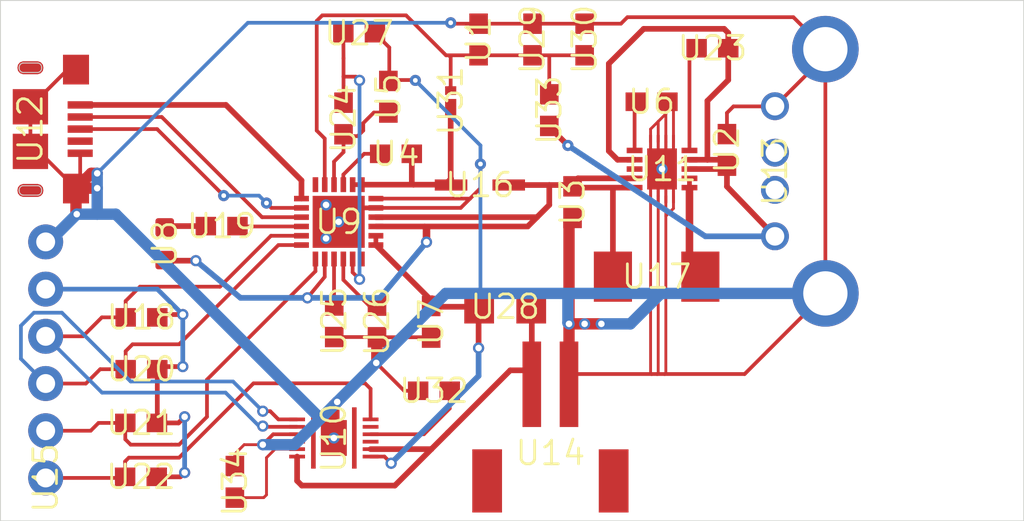
<source format=kicad_pcb>
(kicad_pcb (version 20171130) (host pcbnew "(5.1.4)-1")

  (general
    (thickness 1.6)
    (drawings 4)
    (tracks 375)
    (zones 0)
    (modules 34)
    (nets 39)
  )

  (page A4)
  (layers
    (0 Top signal)
    (31 Bottom signal)
    (32 B.Adhes user)
    (33 F.Adhes user)
    (34 B.Paste user)
    (35 F.Paste user)
    (36 B.SilkS user)
    (37 F.SilkS user)
    (38 B.Mask user)
    (39 F.Mask user)
    (40 Dwgs.User user)
    (41 Cmts.User user)
    (42 Eco1.User user)
    (43 Eco2.User user)
    (44 Edge.Cuts user)
    (45 Margin user)
    (46 B.CrtYd user)
    (47 F.CrtYd user)
    (48 B.Fab user)
    (49 F.Fab user)
  )

  (setup
    (last_trace_width 0.2)
    (trace_clearance 0.127)
    (zone_clearance 0.508)
    (zone_45_only no)
    (trace_min 0.1524)
    (via_size 0.6)
    (via_drill 0.254)
    (via_min_size 0.4)
    (via_min_drill 0.254)
    (uvia_size 0.3)
    (uvia_drill 0.1)
    (uvias_allowed no)
    (uvia_min_size 0.2)
    (uvia_min_drill 0.1)
    (edge_width 0.05)
    (segment_width 0.2)
    (pcb_text_width 0.3)
    (pcb_text_size 1.5 1.5)
    (mod_edge_width 0.12)
    (mod_text_size 1 1)
    (mod_text_width 0.15)
    (pad_size 1.524 1.524)
    (pad_drill 0.762)
    (pad_to_mask_clearance 0.051)
    (solder_mask_min_width 0.25)
    (aux_axis_origin 0 0)
    (visible_elements 7FFFFFFF)
    (pcbplotparams
      (layerselection 0x010fc_ffffffff)
      (usegerberextensions false)
      (usegerberattributes false)
      (usegerberadvancedattributes false)
      (creategerberjobfile false)
      (excludeedgelayer true)
      (linewidth 0.100000)
      (plotframeref false)
      (viasonmask false)
      (mode 1)
      (useauxorigin false)
      (hpglpennumber 1)
      (hpglpenspeed 20)
      (hpglpendiameter 15.000000)
      (psnegative false)
      (psa4output false)
      (plotreference true)
      (plotvalue true)
      (plotinvisibletext false)
      (padsonsilk false)
      (subtractmaskfromsilk false)
      (outputformat 1)
      (mirror false)
      (drillshape 1)
      (scaleselection 1)
      (outputdirectory ""))
  )

  (net 0 "")
  (net 1 GND)
  (net 2 3.3V)
  (net 3 5V)
  (net 4 "Net-(IC1-Pad24)")
  (net 5 "Net-(C4-Pad1)")
  (net 6 /REG)
  (net 7 "Net-(C3-Pad2)")
  (net 8 "Net-(C3-Pad1)")
  (net 9 /VBAT_MAIN)
  (net 10 /VBAT_CELL)
  (net 11 "Net-(IC1-Pad12)")
  (net 12 "Net-(IC1-Pad11)")
  (net 13 "Net-(IC1-Pad10)")
  (net 14 "Net-(IC1-Pad9)")
  (net 15 /CHG_INT)
  (net 16 /SDA)
  (net 17 /SCL)
  (net 18 "Net-(IC1-Pad4)")
  (net 19 "Net-(IC1-Pad3)")
  (net 20 "Net-(IC1-Pad2)")
  (net 21 "Net-(IC1-Pad1)")
  (net 22 /FUEL_INT)
  (net 23 "Net-(IC2-Pad11)")
  (net 24 "Net-(IC2-Pad10)")
  (net 25 "Net-(IC2-Pad9)")
  (net 26 "Net-(IC2-Pad6)")
  (net 27 "Net-(C10-Pad1)")
  (net 28 "Net-(IC2-Pad4)")
  (net 29 "Net-(J1-PadID)")
  (net 30 "Net-(J2-Pad3)")
  (net 31 "Net-(J2-Pad2)")
  (net 32 "Net-(J3-PadNC2)")
  (net 33 "Net-(J3-PadNC1)")
  (net 34 "Net-(D2-PadC)")
  (net 35 "Net-(IC3-Pad8)")
  (net 36 "Net-(C7-Pad1)")
  (net 37 "Net-(IC3-Pad5)")
  (net 38 "Net-(IC3-Pad1)")

  (net_class Default "This is the default net class."
    (clearance 0.127)
    (trace_width 0.2)
    (via_dia 0.6)
    (via_drill 0.254)
    (uvia_dia 0.3)
    (uvia_drill 0.1)
    (add_net /CHG_INT)
    (add_net /FUEL_INT)
    (add_net /REG)
    (add_net /SCL)
    (add_net /SDA)
    (add_net 3.3V)
    (add_net GND)
    (add_net "Net-(C10-Pad1)")
    (add_net "Net-(C3-Pad1)")
    (add_net "Net-(C3-Pad2)")
    (add_net "Net-(C4-Pad1)")
    (add_net "Net-(C7-Pad1)")
    (add_net "Net-(D2-PadC)")
    (add_net "Net-(IC1-Pad10)")
    (add_net "Net-(IC1-Pad11)")
    (add_net "Net-(IC1-Pad12)")
    (add_net "Net-(IC1-Pad2)")
    (add_net "Net-(IC1-Pad24)")
    (add_net "Net-(IC1-Pad3)")
    (add_net "Net-(IC1-Pad4)")
    (add_net "Net-(IC1-Pad9)")
    (add_net "Net-(IC2-Pad10)")
    (add_net "Net-(IC2-Pad11)")
    (add_net "Net-(IC2-Pad4)")
    (add_net "Net-(IC2-Pad9)")
    (add_net "Net-(IC3-Pad5)")
    (add_net "Net-(IC3-Pad8)")
    (add_net "Net-(J1-PadID)")
    (add_net "Net-(J2-Pad2)")
    (add_net "Net-(J2-Pad3)")
    (add_net "Net-(J3-PadNC1)")
    (add_net "Net-(J3-PadNC2)")
  )

  (net_class Power ""
    (clearance 0.127)
    (trace_width 0.3048)
    (via_dia 0.6)
    (via_drill 0.254)
    (uvia_dia 0.3)
    (uvia_drill 0.1)
    (add_net /VBAT_CELL)
    (add_net /VBAT_MAIN)
    (add_net 5V)
    (add_net "Net-(IC1-Pad1)")
    (add_net "Net-(IC2-Pad6)")
    (add_net "Net-(IC3-Pad1)")
  )

  (module batteryCharger:0603 (layer Top) (tedit 5DCDFB95) (tstamp 5DC8CC28)
    (at 146.7011 93.1036 90)
    (descr "<p><b>Generic 1608 (0603) package</b></p>\n<p>0.2mm courtyard excess rounded to nearest 0.05mm.</p>")
    (path /831A5F64)
    (fp_text reference "U1" (at 0 0 90) (layer F.SilkS)
      (effects (font (size 1.27 1.27) (thickness 0.15)))
    )
    (fp_text value "" (at 0 0 90) (layer F.SilkS)
      (effects (font (size 1.27 1.27) (thickness 0.15)))
    )
    (fp_poly (pts (xy -1.6 -0.7) (xy 1.6 -0.7) (xy 1.6 0.7) (xy -1.6 0.7)) (layer F.CrtYd) (width 0.1))
    (pad 2 smd rect (at 0.85 0 90) (size 1.1 1) (layers Top F.Paste F.Mask)
      (net 1 GND) (solder_mask_margin 0.0635))
    (pad 1 smd rect (at -0.85 0 90) (size 1.1 1) (layers Top F.Paste F.Mask)
      (net 5 "Net-(C4-Pad1)") (solder_mask_margin 0.0635))
  )

  (module batteryCharger:0603 (layer Top) (tedit 5DCDFB95) (tstamp 5DC8CA29)
    (at 160.0511 99.0436 90)
    (descr "<p><b>Generic 1608 (0603) package</b></p>\n<p>0.2mm courtyard excess rounded to nearest 0.05mm.</p>")
    (path /2CB5EB77)
    (fp_text reference "U2" (at 0 0 90) (layer F.SilkS)
      (effects (font (size 1.27 1.27) (thickness 0.15)))
    )
    (fp_text value "" (at 0 0 90) (layer F.SilkS)
      (effects (font (size 1.27 1.27) (thickness 0.15)))
    )
    (fp_poly (pts (xy -1.6 -0.7) (xy 1.6 -0.7) (xy 1.6 0.7) (xy -1.6 0.7)) (layer F.CrtYd) (width 0.1))
    (pad 2 smd rect (at 0.85 0 90) (size 1.1 1) (layers Top F.Paste F.Mask)
      (net 1 GND) (solder_mask_margin 0.0635))
    (pad 1 smd rect (at -0.85 0 90) (size 1.1 1) (layers Top F.Paste F.Mask)
      (net 3 5V) (solder_mask_margin 0.0635))
  )

  (module batteryCharger:0603 (layer Top) (tedit 5DCDFB95) (tstamp 5DC8CA37)
    (at 151.7511 101.8536 270)
    (descr "<p><b>Generic 1608 (0603) package</b></p>\n<p>0.2mm courtyard excess rounded to nearest 0.05mm.</p>")
    (path /483159C7)
    (fp_text reference "U3" (at 0 0 270) (layer F.SilkS)
      (effects (font (size 1.27 1.27) (thickness 0.15)))
    )
    (fp_text value "" (at 0 0 270) (layer F.SilkS)
      (effects (font (size 1.27 1.27) (thickness 0.15)))
    )
    (fp_poly (pts (xy -1.6 -0.7) (xy 1.6 -0.7) (xy 1.6 0.7) (xy -1.6 0.7)) (layer F.CrtYd) (width 0.1))
    (pad 2 smd rect (at 0.85 0 270) (size 1.1 1) (layers Top F.Paste F.Mask)
      (net 1 GND) (solder_mask_margin 0.0635))
    (pad 1 smd rect (at -0.85 0 270) (size 1.1 1) (layers Top F.Paste F.Mask)
      (net 9 /VBAT_MAIN) (solder_mask_margin 0.0635))
  )

  (module batteryCharger:0603 (layer Top) (tedit 5DCDFB95) (tstamp 5DC8CA45)
    (at 142.2611 99.2536 180)
    (descr "<p><b>Generic 1608 (0603) package</b></p>\n<p>0.2mm courtyard excess rounded to nearest 0.05mm.</p>")
    (path /24FC589D)
    (fp_text reference "U4" (at 0 0 180) (layer F.SilkS)
      (effects (font (size 1.27 1.27) (thickness 0.15)))
    )
    (fp_text value "" (at 0 0 180) (layer F.SilkS)
      (effects (font (size 1.27 1.27) (thickness 0.15)))
    )
    (fp_poly (pts (xy -1.6 -0.7) (xy 1.6 -0.7) (xy 1.6 0.7) (xy -1.6 0.7)) (layer F.CrtYd) (width 0.1))
    (pad 2 smd rect (at 0.85 0 180) (size 1.1 1) (layers Top F.Paste F.Mask)
      (net 7 "Net-(C3-Pad2)") (solder_mask_margin 0.0635))
    (pad 1 smd rect (at -0.85 0 180) (size 1.1 1) (layers Top F.Paste F.Mask)
      (net 8 "Net-(C3-Pad1)") (solder_mask_margin 0.0635))
  )

  (module batteryCharger:0603 (layer Top) (tedit 5DCDFB95) (tstamp 5DC8CA53)
    (at 141.8511 96.1836 90)
    (descr "<p><b>Generic 1608 (0603) package</b></p>\n<p>0.2mm courtyard excess rounded to nearest 0.05mm.</p>")
    (path /DAF477DA)
    (fp_text reference "U5" (at 0 0 90) (layer F.SilkS)
      (effects (font (size 1.27 1.27) (thickness 0.15)))
    )
    (fp_text value "" (at 0 0 90) (layer F.SilkS)
      (effects (font (size 1.27 1.27) (thickness 0.15)))
    )
    (fp_poly (pts (xy -1.6 -0.7) (xy 1.6 -0.7) (xy 1.6 0.7) (xy -1.6 0.7)) (layer F.CrtYd) (width 0.1))
    (pad 2 smd rect (at 0.85 0 90) (size 1.1 1) (layers Top F.Paste F.Mask)
      (net 1 GND) (solder_mask_margin 0.0635))
    (pad 1 smd rect (at -0.85 0 90) (size 1.1 1) (layers Top F.Paste F.Mask)
      (net 6 /REG) (solder_mask_margin 0.0635))
  )

  (module batteryCharger:0603 (layer Top) (tedit 5DCDFB95) (tstamp 5DC8CA61)
    (at 156.0011 96.4536)
    (descr "<p><b>Generic 1608 (0603) package</b></p>\n<p>0.2mm courtyard excess rounded to nearest 0.05mm.</p>")
    (path /2435BEF6)
    (fp_text reference "U6" (at 0 0) (layer F.SilkS)
      (effects (font (size 1.27 1.27) (thickness 0.15)))
    )
    (fp_text value "" (at 0 0) (layer F.SilkS)
      (effects (font (size 1.27 1.27) (thickness 0.15)))
    )
    (fp_poly (pts (xy -1.6 -0.7) (xy 1.6 -0.7) (xy 1.6 0.7) (xy -1.6 0.7)) (layer F.CrtYd) (width 0.1))
    (pad 2 smd rect (at 0.85 0) (size 1.1 1) (layers Top F.Paste F.Mask)
      (net 1 GND) (solder_mask_margin 0.0635))
    (pad 1 smd rect (at -0.85 0) (size 1.1 1) (layers Top F.Paste F.Mask)
      (net 36 "Net-(C7-Pad1)") (solder_mask_margin 0.0635))
  )

  (module batteryCharger:0603 (layer Top) (tedit 5DCDFB95) (tstamp 5DC8CA6F)
    (at 144.1511 108.2936 270)
    (descr "<p><b>Generic 1608 (0603) package</b></p>\n<p>0.2mm courtyard excess rounded to nearest 0.05mm.</p>")
    (path /EC6A4D83)
    (fp_text reference "U7" (at 0 0 270) (layer F.SilkS)
      (effects (font (size 1.27 1.27) (thickness 0.15)))
    )
    (fp_text value "" (at 0 0 270) (layer F.SilkS)
      (effects (font (size 1.27 1.27) (thickness 0.15)))
    )
    (fp_poly (pts (xy -1.6 -0.7) (xy 1.6 -0.7) (xy 1.6 0.7) (xy -1.6 0.7)) (layer F.CrtYd) (width 0.1))
    (pad 2 smd rect (at 0.85 0 270) (size 1.1 1) (layers Top F.Paste F.Mask)
      (net 1 GND) (solder_mask_margin 0.0635))
    (pad 1 smd rect (at -0.85 0 270) (size 1.1 1) (layers Top F.Paste F.Mask)
      (net 10 /VBAT_CELL) (solder_mask_margin 0.0635))
  )

  (module batteryCharger:LED-0603 (layer Top) (tedit 5DCE041B) (tstamp 5DC8CA7D)
    (at 129.8311 104.0936 90)
    (descr "<B>LED 0603 SMT</B><p>\n0603, surface mount.\n<p>Specifications:\n<ul><li>Pin count: 2</li>\n<li>Pin pitch:0.075inch </li>\n<li>Area: 0.06\" x 0.03\"</li>\n</ul></p>\n<p>Example device(s):\n<ul><li>LED - BLUE</li>")
    (path /8583A422)
    (fp_text reference "U8" (at 0 0 90) (layer F.SilkS)
      (effects (font (size 1.27 1.27) (thickness 0.15)))
    )
    (fp_text value "" (at 0 0 90) (layer F.SilkS)
      (effects (font (size 1.27 1.27) (thickness 0.15)))
    )
    (fp_poly (pts (xy -1.5 -0.6) (xy 1.5 -0.6) (xy 1.5 0.6) (xy -1.5 0.6)) (layer F.CrtYd) (width 0.1))
    (pad A smd roundrect (at -0.877 0) (size 1 1) (layers Top F.Paste F.Mask) (roundrect_rratio 0.15)
      (net 9 /VBAT_MAIN) (solder_mask_margin 0.0635))
    (pad C smd roundrect (at 0.877 0) (size 1 1) (layers Top F.Paste F.Mask) (roundrect_rratio 0.15)
      (net 34 "Net-(D2-PadC)") (solder_mask_margin 0.0635))
  )

  (module batteryCharger:QFN50P400X400X100-25N (layer Top) (tedit 5DCE0483) (tstamp 5DC8CA87)
    (at 139.1811 102.9136)
    (descr "<b>RGE (S-PVQFN-N24)_2</b><br>\n")
    (path /22F7723E)
    (fp_text reference "U9" (at 0 0) (layer F.SilkS)
      (effects (font (size 1.27 1.27) (thickness 0.15)))
    )
    (fp_text value "" (at 0 0) (layer F.SilkS)
      (effects (font (size 1.27 1.27) (thickness 0.15)))
    )
    (fp_poly (pts (xy -2.6 -2.5) (xy 2.6 -2.5) (xy 2.6 2.5) (xy -2.6 2.5)) (layer F.CrtYd) (width 0.1))
    (pad 25 smd rect (at 0 0 90) (size 2.8 2.8) (layers Top F.Paste F.Mask)
      (net 1 GND) (solder_mask_margin 0.0635))
    (pad 24 smd rect (at -1.25 -2 90) (size 0.8 0.3) (layers Top F.Paste F.Mask)
      (net 4 "Net-(IC1-Pad24)") (solder_mask_margin 0.0635))
    (pad 23 smd rect (at -0.75 -2 90) (size 0.8 0.3) (layers Top F.Paste F.Mask)
      (net 5 "Net-(C4-Pad1)") (solder_mask_margin 0.0635))
    (pad 22 smd rect (at -0.25 -2 90) (size 0.8 0.3) (layers Top F.Paste F.Mask)
      (net 6 /REG) (solder_mask_margin 0.0635))
    (pad 21 smd rect (at 0.25 -2 90) (size 0.8 0.3) (layers Top F.Paste F.Mask)
      (net 7 "Net-(C3-Pad2)") (solder_mask_margin 0.0635))
    (pad 20 smd rect (at 0.75 -2 90) (size 0.8 0.3) (layers Top F.Paste F.Mask)
      (net 8 "Net-(C3-Pad1)") (solder_mask_margin 0.0635))
    (pad 19 smd rect (at 1.25 -2 90) (size 0.8 0.3) (layers Top F.Paste F.Mask)
      (net 8 "Net-(C3-Pad1)") (solder_mask_margin 0.0635))
    (pad 18 smd rect (at 2 -1.25) (size 0.8 0.3) (layers Top F.Paste F.Mask)
      (net 1 GND) (solder_mask_margin 0.0635))
    (pad 17 smd rect (at 2 -0.75) (size 0.8 0.3) (layers Top F.Paste F.Mask)
      (net 1 GND) (solder_mask_margin 0.0635))
    (pad 16 smd rect (at 2 -0.25) (size 0.8 0.3) (layers Top F.Paste F.Mask)
      (net 9 /VBAT_MAIN) (solder_mask_margin 0.0635))
    (pad 15 smd rect (at 2 0.25) (size 0.8 0.3) (layers Top F.Paste F.Mask)
      (net 9 /VBAT_MAIN) (solder_mask_margin 0.0635))
    (pad 14 smd rect (at 2 0.75) (size 0.8 0.3) (layers Top F.Paste F.Mask)
      (net 10 /VBAT_CELL) (solder_mask_margin 0.0635))
    (pad 13 smd rect (at 2 1.25) (size 0.8 0.3) (layers Top F.Paste F.Mask)
      (net 10 /VBAT_CELL) (solder_mask_margin 0.0635))
    (pad 12 smd rect (at 1.25 2 90) (size 0.8 0.3) (layers Top F.Paste F.Mask)
      (net 11 "Net-(IC1-Pad12)") (solder_mask_margin 0.0635))
    (pad 11 smd rect (at 0.75 2 90) (size 0.8 0.3) (layers Top F.Paste F.Mask)
      (net 12 "Net-(IC1-Pad11)") (solder_mask_margin 0.0635))
    (pad 10 smd rect (at 0.25 2 90) (size 0.8 0.3) (layers Top F.Paste F.Mask)
      (net 13 "Net-(IC1-Pad10)") (solder_mask_margin 0.0635))
    (pad 9 smd rect (at -0.25 2 90) (size 0.8 0.3) (layers Top F.Paste F.Mask)
      (net 14 "Net-(IC1-Pad9)") (solder_mask_margin 0.0635))
    (pad 8 smd rect (at -0.75 2 90) (size 0.8 0.3) (layers Top F.Paste F.Mask)
      (net 9 /VBAT_MAIN) (solder_mask_margin 0.0635))
    (pad 7 smd rect (at -1.25 2 90) (size 0.8 0.3) (layers Top F.Paste F.Mask)
      (net 15 /CHG_INT) (solder_mask_margin 0.0635))
    (pad 6 smd rect (at -2 1.25) (size 0.8 0.3) (layers Top F.Paste F.Mask)
      (net 16 /SDA) (solder_mask_margin 0.0635))
    (pad 5 smd rect (at -2 0.75) (size 0.8 0.3) (layers Top F.Paste F.Mask)
      (net 17 /SCL) (solder_mask_margin 0.0635))
    (pad 4 smd rect (at -2 0.25) (size 0.8 0.3) (layers Top F.Paste F.Mask)
      (net 18 "Net-(IC1-Pad4)") (solder_mask_margin 0.0635))
    (pad 3 smd rect (at -2 -0.25) (size 0.8 0.3) (layers Top F.Paste F.Mask)
      (net 19 "Net-(IC1-Pad3)") (solder_mask_margin 0.0635))
    (pad 2 smd rect (at -2 -0.75) (size 0.8 0.3) (layers Top F.Paste F.Mask)
      (net 20 "Net-(IC1-Pad2)") (solder_mask_margin 0.0635))
    (pad 1 smd rect (at -2 -1.25) (size 0.8 0.3) (layers Top F.Paste F.Mask)
      (net 21 "Net-(IC1-Pad1)") (solder_mask_margin 0.0635))
  )

  (module batteryCharger:BQ27441DRZRG1A (layer Top) (tedit 5DCDFC87) (tstamp 5DC8CAAD)
    (at 138.9211 114.5436 270)
    (descr "<b>DRZ (S-PDSO-N12)</b><br>\n")
    (path /BC34DC86)
    (fp_text reference "U10" (at 0 0 270) (layer F.SilkS)
      (effects (font (size 1.27 1.27) (thickness 0.15)))
    )
    (fp_text value "" (at 0 0 270) (layer F.SilkS)
      (effects (font (size 1.27 1.27) (thickness 0.15)))
    )
    (fp_poly (pts (xy -1.75 -2.5) (xy 1.75 -2.5) (xy 1.75 2.5) (xy -1.75 2.5)) (layer F.CrtYd) (width 0.1))
    (pad 15 smd rect (at 0 1.1 270) (size 3.3 0.25) (layers Top F.Paste F.Mask)
      (solder_mask_margin 0.0635))
    (pad 14 smd rect (at 0 -1.1 270) (size 3.3 0.25) (layers Top F.Paste F.Mask)
      (solder_mask_margin 0.0635))
    (pad 13 smd custom (at 0 0) (size 1.397 1.9304) (layers Top F.Paste F.Mask)
      (net 1 GND) (solder_mask_margin 0.0635) (zone_connect 0)
      (options (clearance outline) (anchor rect))
      (primitives
      ))
    (pad 12 smd rect (at -1 -1.975) (size 0.85 0.2) (layers Top F.Paste F.Mask)
      (net 22 /FUEL_INT) (solder_mask_margin 0.0635))
    (pad 11 smd rect (at -0.6 -1.975) (size 0.85 0.2) (layers Top F.Paste F.Mask)
      (net 23 "Net-(IC2-Pad11)") (solder_mask_margin 0.0635))
    (pad 10 smd rect (at -0.2 -1.975) (size 0.85 0.2) (layers Top F.Paste F.Mask)
      (net 24 "Net-(IC2-Pad10)") (solder_mask_margin 0.0635))
    (pad 9 smd rect (at 0.2 -1.975) (size 0.85 0.2) (layers Top F.Paste F.Mask)
      (net 25 "Net-(IC2-Pad9)") (solder_mask_margin 0.0635))
    (pad 8 smd rect (at 0.6 -1.975) (size 0.85 0.2) (layers Top F.Paste F.Mask)
      (net 26 "Net-(IC2-Pad6)") (solder_mask_margin 0.0635))
    (pad 7 smd rect (at 1 -1.975) (size 0.85 0.2) (layers Top F.Paste F.Mask)
      (net 10 /VBAT_CELL) (solder_mask_margin 0.0635))
    (pad 6 smd rect (at 1 1.975) (size 0.85 0.2) (layers Top F.Paste F.Mask)
      (net 26 "Net-(IC2-Pad6)") (solder_mask_margin 0.0635))
    (pad 5 smd rect (at 0.6 1.975) (size 0.85 0.2) (layers Top F.Paste F.Mask)
      (net 27 "Net-(C10-Pad1)") (solder_mask_margin 0.0635))
    (pad 4 smd rect (at 0.2 1.975) (size 0.85 0.2) (layers Top F.Paste F.Mask)
      (net 28 "Net-(IC2-Pad4)") (solder_mask_margin 0.0635))
    (pad 3 smd rect (at -0.2 1.975) (size 0.85 0.2) (layers Top F.Paste F.Mask)
      (net 1 GND) (solder_mask_margin 0.0635))
    (pad 2 smd rect (at -0.6 1.975) (size 0.85 0.2) (layers Top F.Paste F.Mask)
      (net 17 /SCL) (solder_mask_margin 0.0635))
    (pad 1 smd rect (at -1 1.975) (size 0.85 0.2) (layers Top F.Paste F.Mask)
      (net 16 /SDA) (solder_mask_margin 0.0635))
  )

  (module batteryCharger:SON50P300X300X100-11N (layer Top) (tedit 5DCE04B8) (tstamp 5DC8CACF)
    (at 156.5611 100.0736 180)
    (descr "<b>DRC (S-PVSON-N10) D-shape_1</b><br>\n")
    (path /B686635D)
    (fp_text reference "U11" (at 0 0 180) (layer F.SilkS)
      (effects (font (size 1.27 1.27) (thickness 0.15)))
    )
    (fp_text value "" (at 0 0 180) (layer F.SilkS)
      (effects (font (size 1.27 1.27) (thickness 0.15)))
    )
    (fp_poly (pts (xy -2.1 -1.9) (xy 2 -1.9) (xy 2 1.9) (xy -2.1 1.9)) (layer F.CrtYd) (width 0.1))
    (fp_poly (pts (xy -1.877063 0.876306) (xy -1.877063 1.125225) (xy -1.071882 1.125225) (xy -1.071882 0.876306)) (layer F.Paste) (width 0))
    (fp_poly (pts (xy -1.871982 0.375925) (xy -1.871982 0.624844) (xy -1.0668 0.624844) (xy -1.0668 0.375925)) (layer F.Paste) (width 0))
    (fp_poly (pts (xy -1.877062 -0.124456) (xy -1.877062 0.124463) (xy -1.071882 0.124463) (xy -1.071882 -0.124456)) (layer F.Paste) (width 0))
    (fp_poly (pts (xy -1.879603 -0.624837) (xy -1.879603 -0.375919) (xy -1.074422 -0.375919) (xy -1.074422 -0.624837)) (layer F.Paste) (width 0))
    (fp_poly (pts (xy -1.877063 -1.125218) (xy -1.877063 -0.876299) (xy -1.071881 -0.876299) (xy -1.071881 -1.125218)) (layer F.Paste) (width 0))
    (fp_poly (pts (xy 1.074418 0.87884) (xy 1.074418 1.127758) (xy 1.879599 1.127758) (xy 1.879599 0.87884)) (layer F.Paste) (width 0))
    (fp_poly (pts (xy 1.071877 0.375921) (xy 1.071877 0.62484) (xy 1.877058 0.62484) (xy 1.877058 0.375921)) (layer F.Paste) (width 0))
    (fp_poly (pts (xy 1.069337 -0.124459) (xy 1.069337 0.12446) (xy 1.874517 0.12446) (xy 1.874517 -0.124459)) (layer F.Paste) (width 0))
    (fp_poly (pts (xy 1.071877 -0.624837) (xy 1.071877 -0.375918) (xy 1.877058 -0.375918) (xy 1.877058 -0.624837)) (layer F.Paste) (width 0))
    (fp_poly (pts (xy 1.071877 -0.624837) (xy 1.071877 -0.375918) (xy 1.877058 -0.375918) (xy 1.877058 -0.624837)) (layer F.Paste) (width 0))
    (fp_poly (pts (xy 1.074418 -1.125218) (xy 1.074418 -0.8763) (xy 1.8796 -0.8763) (xy 1.8796 -1.125218)) (layer F.Paste) (width 0))
    (pad GND@7 smd rect (at 0.205 1.455 180) (size 0.16 0.762) (layers Top F.Paste F.Mask)
      (net 1 GND) (solder_mask_margin 0.0635))
    (pad GND@6 smd rect (at -0.205 1.455 180) (size 0.16 0.762) (layers Top F.Paste F.Mask)
      (net 1 GND) (solder_mask_margin 0.0635))
    (pad GND@8 smd rect (at 0.615 1.455 180) (size 0.16 0.762) (layers Top F.Paste F.Mask)
      (net 1 GND) (solder_mask_margin 0.0635))
    (pad GND@5 smd rect (at -0.615 1.455 180) (size 0.16 0.762) (layers Top F.Paste F.Mask)
      (net 1 GND) (solder_mask_margin 0.0635))
    (pad GND@3 smd rect (at 0.205 -1.45 180) (size 0.16 0.762) (layers Top F.Paste F.Mask)
      (net 1 GND) (solder_mask_margin 0.0635))
    (pad GND@2 smd rect (at -0.205 -1.45 180) (size 0.16 0.762) (layers Top F.Paste F.Mask)
      (net 1 GND) (solder_mask_margin 0.0635))
    (pad GND@4 smd rect (at 0.615 -1.45 180) (size 0.16 0.762) (layers Top F.Paste F.Mask)
      (net 1 GND) (solder_mask_margin 0.0635))
    (pad GND@9 smd rect (at 0 0.004 180) (size 1.6 2.2098) (layers Top F.Paste F.Mask)
      (net 1 GND) (solder_mask_margin 0.0635))
    (pad GND@1 smd rect (at -0.615 -1.45 180) (size 0.16 0.762) (layers Top F.Paste F.Mask)
      (net 1 GND) (solder_mask_margin 0.0635))
    (pad 10 smd rect (at 1.475 -1 180) (size 0.85 0.2968) (layers Top F.Mask)
      (net 9 /VBAT_MAIN) (solder_mask_margin 0.0635))
    (pad 9 smd rect (at 1.475 -0.5 180) (size 0.85 0.2968) (layers Top F.Mask)
      (net 9 /VBAT_MAIN) (solder_mask_margin 0.0635))
    (pad 8 smd rect (at 1.475 0 180) (size 0.85 0.2968) (layers Top F.Mask)
      (net 35 "Net-(IC3-Pad8)") (solder_mask_margin 0.0635))
    (pad 7 smd rect (at 1.475 0.5 180) (size 0.85 0.2968) (layers Top F.Mask)
      (net 3 5V) (solder_mask_margin 0.0635))
    (pad 6 smd rect (at 1.475 1 180) (size 0.85 0.2968) (layers Top F.Mask)
      (net 36 "Net-(C7-Pad1)") (solder_mask_margin 0.0635))
    (pad 5 smd rect (at -1.475 1 180) (size 0.85 0.2968) (layers Top F.Mask)
      (net 37 "Net-(IC3-Pad5)") (solder_mask_margin 0.0635))
    (pad 4 smd rect (at -1.475 0.5 180) (size 0.85 0.2968) (layers Top F.Mask)
      (net 3 5V) (solder_mask_margin 0.0635))
    (pad 3 smd rect (at -1.475 0 180) (size 0.85 0.2968) (layers Top F.Mask)
      (net 3 5V) (solder_mask_margin 0.0635))
    (pad 2 smd rect (at -1.475 -0.5 180) (size 0.85 0.2968) (layers Top F.Mask)
      (net 38 "Net-(IC3-Pad1)") (solder_mask_margin 0.0635))
    (pad 1 smd rect (at -1.475 -1 180) (size 0.85 0.2968) (layers Top F.Mask)
      (net 38 "Net-(IC3-Pad1)") (solder_mask_margin 0.0635))
  )

  (module batteryCharger:10118193-0001LF locked (layer Top) (tedit 5DCDFC4E) (tstamp 5DC8CAF9)
    (at 122.6111 97.9236 270)
    (path /449C7C68)
    (fp_text reference "U12" (at 0 0 270) (layer F.SilkS)
      (effects (font (size 1.27 1.27) (thickness 0.15)))
    )
    (fp_text value "" (at 0 0 270) (layer F.SilkS)
      (effects (font (size 1.27 1.27) (thickness 0.15)))
    )
    (fp_poly (pts (xy -4.25 -3.5) (xy 4.25 -3.5) (xy 4.25 1) (xy -4.25 1)) (layer F.CrtYd) (width 0.1))
    (fp_poly (pts (xy 2.9 -0.4) (xy 2.9 0.45) (xy 2.945776 0.580133) (xy 3.037868 0.682843)
      (xy 3.3 0.75) (xy 3.445409 0.731022) (xy 3.572487 0.657843) (xy 3.7 0.4)
      (xy 3.7 -0.45) (xy 3.654224 -0.580133) (xy 3.562132 -0.682843) (xy 3.3 -0.75)
      (xy 3.154591 -0.731022) (xy 3.027513 -0.657843)) (layer F.Mask) (width 0))
    (fp_poly (pts (xy -3.7 -0.45) (xy -3.7 0.4) (xy -3.661888 0.541603) (xy -3.572487 0.657843)
      (xy -3.3 0.75) (xy -3.162255 0.742492) (xy -3.037868 0.682843) (xy -2.945776 0.580133)
      (xy -2.9 0.45) (xy -2.9 -0.4) (xy -2.938112 -0.541603) (xy -3.027513 -0.657843)
      (xy -3.3 -0.75) (xy -3.437745 -0.742492) (xy -3.562132 -0.682843)) (layer F.Mask) (width 0))
    (fp_poly (pts (xy 2.95 -0.4) (xy 2.95 0.4) (xy 3.006042 0.559151) (xy 3.134151 0.668958)
      (xy 3.3 0.7) (xy 3.465849 0.668958) (xy 3.593958 0.559151) (xy 3.65 0.4)
      (xy 3.65 -0.4) (xy 3.593958 -0.559151) (xy 3.465849 -0.668958) (xy 3.3 -0.7)
      (xy 3.134151 -0.668958) (xy 3.006042 -0.559151)) (layer F.Paste) (width 0))
    (fp_poly (pts (xy -3.65 -0.4) (xy -3.65 0.4) (xy -3.593958 0.559151) (xy -3.465849 0.668958)
      (xy -3.3 0.7) (xy -3.134151 0.668958) (xy -3.006042 0.559151) (xy -2.95 0.4)
      (xy -2.95 -0.4) (xy -3.006042 -0.559151) (xy -3.134151 -0.668958) (xy -3.3 -0.7)
      (xy -3.465849 -0.668958) (xy -3.593958 -0.559151)) (layer F.Paste) (width 0))
    (fp_arc (start 3.275 -0.375) (end 3.05 -0.4) (angle 90) (layer Edge.Cuts) (width 0.05))
    (fp_line (start 3.05 0.4) (end 3.05 -0.4) (layer Edge.Cuts) (width 0.05))
    (fp_arc (start 3.275 0.375) (end 3.3 0.6) (angle 90) (layer Edge.Cuts) (width 0.05))
    (fp_arc (start 3.325 0.375) (end 3.55 0.4) (angle 90) (layer Edge.Cuts) (width 0.05))
    (fp_line (start 3.55 -0.4) (end 3.55 0.4) (layer Edge.Cuts) (width 0.05))
    (fp_arc (start 3.325 -0.375) (end 3.3 -0.6) (angle 90) (layer Edge.Cuts) (width 0.05))
    (fp_poly (pts (xy 2.95 -0.4) (xy 2.95 0.4) (xy 3.006042 0.559151) (xy 3.134151 0.668958)
      (xy 3.3 0.7) (xy 3.465849 0.668958) (xy 3.593958 0.559151) (xy 3.65 0.4)
      (xy 3.65 -0.4) (xy 3.593958 -0.559151) (xy 3.465849 -0.668958) (xy 3.3 -0.7)
      (xy 3.134151 -0.668958) (xy 3.006042 -0.559151)) (layer Top) (width 0))
    (fp_arc (start -3.325 -0.375) (end -3.55 -0.4) (angle 90) (layer Edge.Cuts) (width 0.05))
    (fp_line (start -3.55 0.4) (end -3.55 -0.4) (layer Edge.Cuts) (width 0.05))
    (fp_arc (start -3.325 0.375) (end -3.3 0.6) (angle 90) (layer Edge.Cuts) (width 0.05))
    (fp_arc (start -3.275 0.375) (end -3.05 0.4) (angle 90) (layer Edge.Cuts) (width 0.05))
    (fp_line (start -3.05 -0.4) (end -3.05 0.4) (layer Edge.Cuts) (width 0.05))
    (fp_arc (start -3.275 -0.375) (end -3.3 -0.6) (angle 90) (layer Edge.Cuts) (width 0.05))
    (fp_poly (pts (xy -3.65 -0.4) (xy -3.65 0.4) (xy -3.593958 0.559151) (xy -3.465849 0.668958)
      (xy -3.3 0.7) (xy -3.134151 0.668958) (xy -3.006042 0.559151) (xy -2.95 0.4)
      (xy -2.95 -0.4) (xy -3.006042 -0.559151) (xy -3.134151 -0.668958) (xy -3.3 -0.7)
      (xy -3.465849 -0.668958) (xy -3.593958 -0.559151)) (layer Top) (width 0))
    (pad SHIELD$4 smd rect (at 1.2 0 270) (size 1.9 1.9) (layers Top F.Paste F.Mask)
      (net 1 GND) (solder_mask_margin 0.0635))
    (pad SHIELD$3 smd rect (at -1.2 0 270) (size 1.9 1.9) (layers Top F.Paste F.Mask)
      (net 1 GND) (solder_mask_margin 0.0635))
    (pad GND smd rect (at 1.3 -2.675 270) (size 0.4 1.35) (layers Top F.Paste F.Mask)
      (net 1 GND) (solder_mask_margin 0.0635))
    (pad VCC smd rect (at -1.3 -2.675 270) (size 0.4 1.35) (layers Top F.Paste F.Mask)
      (net 21 "Net-(IC1-Pad1)") (solder_mask_margin 0.0635))
    (pad D- smd rect (at -0.65 -2.675 270) (size 0.4 1.35) (layers Top F.Paste F.Mask)
      (net 19 "Net-(IC1-Pad3)") (solder_mask_margin 0.0635))
    (pad ID smd rect (at 0.65 -2.675 270) (size 0.4 1.35) (layers Top F.Paste F.Mask)
      (net 29 "Net-(J1-PadID)") (solder_mask_margin 0.0635))
    (pad D+ smd rect (at 0 -2.675 270) (size 0.4 1.35) (layers Top F.Paste F.Mask)
      (net 20 "Net-(IC1-Pad2)") (solder_mask_margin 0.0635))
    (pad SHIELD$2 smd rect (at 3.2 -2.45 270) (size 1.6 1.4) (layers Top F.Paste F.Mask)
      (net 1 GND) (solder_mask_margin 0.0635))
    (pad SHIELD$1 smd rect (at -3.2 -2.45 270) (size 1.6 1.4) (layers Top F.Paste F.Mask)
      (net 1 GND) (solder_mask_margin 0.0635))
  )

  (module batteryCharger:UE27AC54100 locked (layer Top) (tedit 5DCE0580) (tstamp 5DC8CB18)
    (at 162.6311 100.1936 90)
    (descr "<b>UE27AC54100</b><br>\n")
    (path /C3E76336)
    (fp_text reference "U13" (at 0 0 90) (layer F.SilkS)
      (effects (font (size 1.27 1.27) (thickness 0.15)))
    )
    (fp_text value "" (at 0 0 90) (layer F.SilkS)
      (effects (font (size 1.27 1.27) (thickness 0.15)))
    )
    (fp_poly (pts (xy -6.6 -0.9) (xy 6.6 -0.9) (xy 6.6 13.1) (xy -6.6 13.1)
      (xy -6.6 -0.8)) (layer F.CrtYd) (width 0.1))
    (pad 6 thru_hole circle (at 6.57 2.71 90) (size 3.58 3.58) (drill 2.38) (layers *.Cu *.Mask)
      (net 1 GND) (solder_mask_margin 0.0635))
    (pad 5 thru_hole circle (at -6.57 2.71 90) (size 3.58 3.58) (drill 2.38) (layers *.Cu *.Mask)
      (net 1 GND) (solder_mask_margin 0.0635))
    (pad 4 thru_hole circle (at 3.5 0 90) (size 1.5 1.5) (drill 1) (layers *.Cu *.Mask)
      (net 1 GND) (solder_mask_margin 0.0635))
    (pad 3 thru_hole circle (at 1 0 90) (size 1.5 1.5) (drill 1) (layers *.Cu *.Mask)
      (net 30 "Net-(J2-Pad3)") (solder_mask_margin 0.0635))
    (pad 2 thru_hole circle (at -1 0 90) (size 1.5 1.5) (drill 1) (layers *.Cu *.Mask)
      (net 31 "Net-(J2-Pad2)") (solder_mask_margin 0.0635))
    (pad 1 thru_hole circle (at -3.5 0 90) (size 1.5 1.5) (drill 1) (layers *.Cu *.Mask)
      (net 3 5V) (solder_mask_margin 0.0635))
  )

  (module batteryCharger:JST-2-SMD locked (layer Top) (tedit 5DCE038C) (tstamp 5DC8CB2B)
    (at 150.5611 115.3536 180)
    (descr "<h3>JST-Right Angle Male Header SMT</h3>\n<p>Specifications:\n<ul><li>Pin count: 2</li>\n<li>Pin pitch: 2mm</li>\n</ul></p>\n<p><a href=”http://www.4uconnector.com/online/object/4udrawing/20404.pdf”>Datasheet referenced for footprint</a></p>\n<p>Example device(s):\n<ul><li>CONN_02</li>\n<li>JST_2MM_MALE</li>\n</ul></p>")
    (path /B665FDA9)
    (fp_text reference "U14" (at 0 0 180) (layer F.SilkS)
      (effects (font (size 1.27 1.27) (thickness 0.15)))
    )
    (fp_text value "" (at 0 0 180) (layer F.SilkS)
      (effects (font (size 1.27 1.27) (thickness 0.15)))
    )
    (fp_poly (pts (xy -4.5 -3.1) (xy 4.4 -3.1) (xy 4.4 4.6) (xy -4.5 4.6)) (layer F.CrtYd) (width 0.1))
    (pad NC2 smd rect (at 3.4 -1.5 270) (size 3.4 1.6) (layers Top F.Paste F.Mask)
      (net 32 "Net-(J3-PadNC2)") (solder_mask_margin 0.0635))
    (pad NC1 smd rect (at -3.4 -1.5 270) (size 3.4 1.6) (layers Top F.Paste F.Mask)
      (net 33 "Net-(J3-PadNC1)") (solder_mask_margin 0.0635))
    (pad 2 smd rect (at 1 3.7 180) (size 1 4.6) (layers Top F.Paste F.Mask)
      (net 26 "Net-(IC2-Pad6)") (solder_mask_margin 0.0635))
    (pad 1 smd rect (at -1 3.7 180) (size 1 4.6) (layers Top F.Paste F.Mask)
      (net 1 GND) (solder_mask_margin 0.0635))
  )

  (module batteryCharger:1X06 locked (layer Top) (tedit 5DCDF9C7) (tstamp 5DC8CB3B)
    (at 123.4311 116.6936 90)
    (descr "<h3>Plated Through Hole - 6 Pin</h3>\n<p>Specifications:\n<ul><li>Pin count:6</li>\n<li>Pin pitch:0.1\"</li>\n</ul></p>\n<p>Example device(s):\n<ul><li>CONN_06</li>\n</ul></p>")
    (path /FA7CA15B)
    (fp_text reference "U15" (at 0 0 90) (layer F.SilkS)
      (effects (font (size 1.27 1.27) (thickness 0.15)))
    )
    (fp_text value "" (at 0 0 90) (layer F.SilkS)
      (effects (font (size 1.27 1.27) (thickness 0.15)))
    )
    (fp_poly (pts (xy -1 -1) (xy 13.75 -1) (xy 13.75 1) (xy -1 1)) (layer F.CrtYd) (width 0.1))
    (fp_poly (pts (xy -1 -1) (xy 13.75 -1) (xy 13.75 1) (xy -1 1)) (layer B.CrtYd) (width 0.1))
    (pad 6 thru_hole circle (at 12.7 0 180) (size 1.8796 1.8796) (drill 1.016) (layers *.Cu *.Mask)
      (net 1 GND) (solder_mask_margin 0.0635))
    (pad 5 thru_hole circle (at 10.16 0 180) (size 1.8796 1.8796) (drill 1.016) (layers *.Cu *.Mask)
      (net 2 3.3V) (solder_mask_margin 0.0635))
    (pad 4 thru_hole circle (at 7.62 0 180) (size 1.8796 1.8796) (drill 1.016) (layers *.Cu *.Mask)
      (net 17 /SCL) (solder_mask_margin 0.0635))
    (pad 3 thru_hole circle (at 5.08 0 180) (size 1.8796 1.8796) (drill 1.016) (layers *.Cu *.Mask)
      (net 16 /SDA) (solder_mask_margin 0.0635))
    (pad 2 thru_hole circle (at 2.54 0 180) (size 1.8796 1.8796) (drill 1.016) (layers *.Cu *.Mask)
      (net 15 /CHG_INT) (solder_mask_margin 0.0635))
    (pad 1 thru_hole circle (at 0 0 180) (size 1.8796 1.8796) (drill 1.016) (layers *.Cu *.Mask)
      (net 22 /FUEL_INT) (solder_mask_margin 0.0635))
  )

  (module batteryCharger:INDPM3630X200N (layer Top) (tedit 5DCE02B9) (tstamp 5DC8CB70)
    (at 146.7711 100.9336)
    (descr "<b>L1</b><br>\n")
    (path /FF1B59BB)
    (fp_text reference "U16" (at 0 0) (layer F.SilkS)
      (effects (font (size 1.27 1.27) (thickness 0.15)))
    )
    (fp_text value "" (at 0 0) (layer F.SilkS)
      (effects (font (size 1.27 1.27) (thickness 0.15)))
    )
    (fp_poly (pts (xy -2.7 -1.9) (xy 2.7 -1.9) (xy 2.7 1.9) (xy -2.7 1.9)) (layer F.CrtYd) (width 0.1))
    (pad 2 smd rect (at 1.55 0) (size 1.75 0.6) (layers Top F.Paste F.Mask)
      (net 9 /VBAT_MAIN) (solder_mask_margin 0.0635))
    (pad 1 smd rect (at -1.55 0) (size 1.75 0.6) (layers Top F.Paste F.Mask)
      (net 8 "Net-(C3-Pad1)") (solder_mask_margin 0.0635))
  )

  (module batteryCharger:INDPM5552X200N (layer Top) (tedit 5DCE0311) (tstamp 5DC8CB7F)
    (at 156.2711 105.8636)
    (descr "<b>IHLP2020_1</b><br>\n")
    (path /B1AD6528)
    (fp_text reference "U17" (at 0 0) (layer F.SilkS)
      (effects (font (size 1.27 1.27) (thickness 0.15)))
    )
    (fp_text value "" (at 0 0) (layer F.SilkS)
      (effects (font (size 1.27 1.27) (thickness 0.15)))
    )
    (fp_poly (pts (xy -3.7 -3) (xy 3.7 -3) (xy 3.7 3) (xy -3.7 3)) (layer F.CrtYd) (width 0.1))
    (pad 2 smd rect (at 2.35 0 90) (size 2.7 2.05) (layers Top F.Paste F.Mask)
      (net 38 "Net-(IC3-Pad1)") (solder_mask_margin 0.0635))
    (pad 1 smd rect (at -2.35 0 90) (size 2.7 2.05) (layers Top F.Paste F.Mask)
      (net 9 /VBAT_MAIN) (solder_mask_margin 0.0635))
  )

  (module batteryCharger:0603 (layer Top) (tedit 5DCDFB95) (tstamp 5DC8CB8E)
    (at 128.5811 108.0536)
    (descr "<p><b>Generic 1608 (0603) package</b></p>\n<p>0.2mm courtyard excess rounded to nearest 0.05mm.</p>")
    (path /5FC72806)
    (fp_text reference "U18" (at 0 0) (layer F.SilkS)
      (effects (font (size 1.27 1.27) (thickness 0.15)))
    )
    (fp_text value "" (at 0 0) (layer F.SilkS)
      (effects (font (size 1.27 1.27) (thickness 0.15)))
    )
    (fp_poly (pts (xy -1.6 -0.7) (xy 1.6 -0.7) (xy 1.6 0.7) (xy -1.6 0.7)) (layer F.CrtYd) (width 0.1))
    (pad 2 smd rect (at 0.85 0) (size 1.1 1) (layers Top F.Paste F.Mask)
      (net 2 3.3V) (solder_mask_margin 0.0635))
    (pad 1 smd rect (at -0.85 0) (size 1.1 1) (layers Top F.Paste F.Mask)
      (net 17 /SCL) (solder_mask_margin 0.0635))
  )

  (module batteryCharger:0603 (layer Top) (tedit 5DCDFB95) (tstamp 5DC8CB9C)
    (at 132.8911 103.1436)
    (descr "<p><b>Generic 1608 (0603) package</b></p>\n<p>0.2mm courtyard excess rounded to nearest 0.05mm.</p>")
    (path /1BAF28D4)
    (fp_text reference "U19" (at 0 0) (layer F.SilkS)
      (effects (font (size 1.27 1.27) (thickness 0.15)))
    )
    (fp_text value "" (at 0 0) (layer F.SilkS)
      (effects (font (size 1.27 1.27) (thickness 0.15)))
    )
    (fp_poly (pts (xy -1.6 -0.7) (xy 1.6 -0.7) (xy 1.6 0.7) (xy -1.6 0.7)) (layer F.CrtYd) (width 0.1))
    (pad 2 smd rect (at 0.85 0) (size 1.1 1) (layers Top F.Paste F.Mask)
      (net 18 "Net-(IC1-Pad4)") (solder_mask_margin 0.0635))
    (pad 1 smd rect (at -0.85 0) (size 1.1 1) (layers Top F.Paste F.Mask)
      (net 34 "Net-(D2-PadC)") (solder_mask_margin 0.0635))
  )

  (module batteryCharger:0603 (layer Top) (tedit 5DCDFB95) (tstamp 5DC8CBAA)
    (at 128.5811 110.8436)
    (descr "<p><b>Generic 1608 (0603) package</b></p>\n<p>0.2mm courtyard excess rounded to nearest 0.05mm.</p>")
    (path /369C72E5)
    (fp_text reference "U20" (at 0 0) (layer F.SilkS)
      (effects (font (size 1.27 1.27) (thickness 0.15)))
    )
    (fp_text value "" (at 0 0) (layer F.SilkS)
      (effects (font (size 1.27 1.27) (thickness 0.15)))
    )
    (fp_poly (pts (xy -1.6 -0.7) (xy 1.6 -0.7) (xy 1.6 0.7) (xy -1.6 0.7)) (layer F.CrtYd) (width 0.1))
    (pad 2 smd rect (at 0.85 0) (size 1.1 1) (layers Top F.Paste F.Mask)
      (net 2 3.3V) (solder_mask_margin 0.0635))
    (pad 1 smd rect (at -0.85 0) (size 1.1 1) (layers Top F.Paste F.Mask)
      (net 16 /SDA) (solder_mask_margin 0.0635))
  )

  (module batteryCharger:0603 (layer Top) (tedit 5DCDFB95) (tstamp 5DC8CBB8)
    (at 128.5611 113.7336)
    (descr "<p><b>Generic 1608 (0603) package</b></p>\n<p>0.2mm courtyard excess rounded to nearest 0.05mm.</p>")
    (path /F9C269AE)
    (fp_text reference "U21" (at 0 0) (layer F.SilkS)
      (effects (font (size 1.27 1.27) (thickness 0.15)))
    )
    (fp_text value "" (at 0 0) (layer F.SilkS)
      (effects (font (size 1.27 1.27) (thickness 0.15)))
    )
    (fp_poly (pts (xy -1.6 -0.7) (xy 1.6 -0.7) (xy 1.6 0.7) (xy -1.6 0.7)) (layer F.CrtYd) (width 0.1))
    (pad 2 smd rect (at 0.85 0) (size 1.1 1) (layers Top F.Paste F.Mask)
      (net 2 3.3V) (solder_mask_margin 0.0635))
    (pad 1 smd rect (at -0.85 0) (size 1.1 1) (layers Top F.Paste F.Mask)
      (net 15 /CHG_INT) (solder_mask_margin 0.0635))
  )

  (module batteryCharger:0603 (layer Top) (tedit 5DCDFB95) (tstamp 5DC8CBC6)
    (at 128.5511 116.6336)
    (descr "<p><b>Generic 1608 (0603) package</b></p>\n<p>0.2mm courtyard excess rounded to nearest 0.05mm.</p>")
    (path /5685369C)
    (fp_text reference "U22" (at 0 0) (layer F.SilkS)
      (effects (font (size 1.27 1.27) (thickness 0.15)))
    )
    (fp_text value "" (at 0 0) (layer F.SilkS)
      (effects (font (size 1.27 1.27) (thickness 0.15)))
    )
    (fp_poly (pts (xy -1.6 -0.7) (xy 1.6 -0.7) (xy 1.6 0.7) (xy -1.6 0.7)) (layer F.CrtYd) (width 0.1))
    (pad 2 smd rect (at 0.85 0) (size 1.1 1) (layers Top F.Paste F.Mask)
      (net 2 3.3V) (solder_mask_margin 0.0635))
    (pad 1 smd rect (at -0.85 0) (size 1.1 1) (layers Top F.Paste F.Mask)
      (net 22 /FUEL_INT) (solder_mask_margin 0.0635))
  )

  (module batteryCharger:0603 (layer Top) (tedit 5DCDFB95) (tstamp 5DC8CBD4)
    (at 159.2711 93.5736 180)
    (descr "<p><b>Generic 1608 (0603) package</b></p>\n<p>0.2mm courtyard excess rounded to nearest 0.05mm.</p>")
    (path /E6E45E78)
    (fp_text reference "U23" (at 0 0 180) (layer F.SilkS)
      (effects (font (size 1.27 1.27) (thickness 0.15)))
    )
    (fp_text value "" (at 0 0 180) (layer F.SilkS)
      (effects (font (size 1.27 1.27) (thickness 0.15)))
    )
    (fp_poly (pts (xy -1.6 -0.7) (xy 1.6 -0.7) (xy 1.6 0.7) (xy -1.6 0.7)) (layer F.CrtYd) (width 0.1))
    (pad 2 smd rect (at 0.85 0 180) (size 1.1 1) (layers Top F.Paste F.Mask)
      (net 37 "Net-(IC3-Pad5)") (solder_mask_margin 0.0635))
    (pad 1 smd rect (at -0.85 0 180) (size 1.1 1) (layers Top F.Paste F.Mask)
      (net 3 5V) (solder_mask_margin 0.0635))
  )

  (module batteryCharger:0603 (layer Top) (tedit 5DCDFB95) (tstamp 5DC8CBE2)
    (at 139.4411 97.3536 90)
    (descr "<p><b>Generic 1608 (0603) package</b></p>\n<p>0.2mm courtyard excess rounded to nearest 0.05mm.</p>")
    (path /ABABC248)
    (fp_text reference "U24" (at 0 0 90) (layer F.SilkS)
      (effects (font (size 1.27 1.27) (thickness 0.15)))
    )
    (fp_text value "" (at 0 0 90) (layer F.SilkS)
      (effects (font (size 1.27 1.27) (thickness 0.15)))
    )
    (fp_poly (pts (xy -1.6 -0.7) (xy 1.6 -0.7) (xy 1.6 0.7) (xy -1.6 0.7)) (layer F.CrtYd) (width 0.1))
    (pad 2 smd rect (at 0.85 0 90) (size 1.1 1) (layers Top F.Paste F.Mask)
      (net 12 "Net-(IC1-Pad11)") (solder_mask_margin 0.0635))
    (pad 1 smd rect (at -0.85 0 90) (size 1.1 1) (layers Top F.Paste F.Mask)
      (net 6 /REG) (solder_mask_margin 0.0635))
  )

  (module batteryCharger:0603 (layer Top) (tedit 5DCDFB95) (tstamp 5DC8CBF0)
    (at 138.9411 108.2636 90)
    (descr "<p><b>Generic 1608 (0603) package</b></p>\n<p>0.2mm courtyard excess rounded to nearest 0.05mm.</p>")
    (path /B13F4994)
    (fp_text reference "U25" (at 0 0 90) (layer F.SilkS)
      (effects (font (size 1.27 1.27) (thickness 0.15)))
    )
    (fp_text value "" (at 0 0 90) (layer F.SilkS)
      (effects (font (size 1.27 1.27) (thickness 0.15)))
    )
    (fp_poly (pts (xy -1.6 -0.7) (xy 1.6 -0.7) (xy 1.6 0.7) (xy -1.6 0.7)) (layer F.CrtYd) (width 0.1))
    (pad 2 smd rect (at 0.85 0 90) (size 1.1 1) (layers Top F.Paste F.Mask)
      (net 14 "Net-(IC1-Pad9)") (solder_mask_margin 0.0635))
    (pad 1 smd rect (at -0.85 0 90) (size 1.1 1) (layers Top F.Paste F.Mask)
      (net 1 GND) (solder_mask_margin 0.0635))
  )

  (module batteryCharger:0603 (layer Top) (tedit 5DCDFB95) (tstamp 5DC8CBFE)
    (at 141.2411 108.2736 90)
    (descr "<p><b>Generic 1608 (0603) package</b></p>\n<p>0.2mm courtyard excess rounded to nearest 0.05mm.</p>")
    (path /F7794FAD)
    (fp_text reference "U26" (at 0 0 90) (layer F.SilkS)
      (effects (font (size 1.27 1.27) (thickness 0.15)))
    )
    (fp_text value "" (at 0 0 90) (layer F.SilkS)
      (effects (font (size 1.27 1.27) (thickness 0.15)))
    )
    (fp_poly (pts (xy -1.6 -0.7) (xy 1.6 -0.7) (xy 1.6 0.7) (xy -1.6 0.7)) (layer F.CrtYd) (width 0.1))
    (pad 2 smd rect (at 0.85 0 90) (size 1.1 1) (layers Top F.Paste F.Mask)
      (net 13 "Net-(IC1-Pad10)") (solder_mask_margin 0.0635))
    (pad 1 smd rect (at -0.85 0 90) (size 1.1 1) (layers Top F.Paste F.Mask)
      (net 1 GND) (solder_mask_margin 0.0635))
  )

  (module batteryCharger:0603 (layer Top) (tedit 5DCDFB95) (tstamp 5DC8CC0C)
    (at 140.2811 92.7636 180)
    (descr "<p><b>Generic 1608 (0603) package</b></p>\n<p>0.2mm courtyard excess rounded to nearest 0.05mm.</p>")
    (path /1047F363)
    (fp_text reference "U27" (at 0 0 180) (layer F.SilkS)
      (effects (font (size 1.27 1.27) (thickness 0.15)))
    )
    (fp_text value "" (at 0 0 180) (layer F.SilkS)
      (effects (font (size 1.27 1.27) (thickness 0.15)))
    )
    (fp_poly (pts (xy -1.6 -0.7) (xy 1.6 -0.7) (xy 1.6 0.7) (xy -1.6 0.7)) (layer F.CrtYd) (width 0.1))
    (pad 2 smd rect (at 0.85 0 180) (size 1.1 1) (layers Top F.Paste F.Mask)
      (net 12 "Net-(IC1-Pad11)") (solder_mask_margin 0.0635))
    (pad 1 smd rect (at -0.85 0 180) (size 1.1 1) (layers Top F.Paste F.Mask)
      (net 1 GND) (solder_mask_margin 0.0635))
  )

  (module batteryCharger:1206 (layer Top) (tedit 5DCDFBCD) (tstamp 5DC8CC1A)
    (at 148.1311 107.4836)
    (descr "<p><b>Generic 3216 (1206) package</b></p>\n<p>0.2mm courtyard excess rounded to nearest 0.05mm.</p>")
    (path /9C52F595)
    (fp_text reference "U28" (at 0 0) (layer F.SilkS)
      (effects (font (size 1.27 1.27) (thickness 0.15)))
    )
    (fp_text value "" (at 0 0) (layer F.SilkS)
      (effects (font (size 1.27 1.27) (thickness 0.15)))
    )
    (fp_poly (pts (xy -2.4 -1.1) (xy 2.4 -1.1) (xy 2.4 1.1) (xy -2.4 1.1)) (layer F.CrtYd) (width 0.1))
    (pad 2 smd rect (at 1.4 0) (size 1.6 1.8) (layers Top F.Paste F.Mask)
      (net 26 "Net-(IC2-Pad6)") (solder_mask_margin 0.0635))
    (pad 1 smd rect (at -1.4 0) (size 1.6 1.8) (layers Top F.Paste F.Mask)
      (net 10 /VBAT_CELL) (solder_mask_margin 0.0635))
  )

  (module batteryCharger:0603 (layer Top) (tedit 5DCDFB95) (tstamp 5DC8CC36)
    (at 149.6011 93.1036 90)
    (descr "<p><b>Generic 1608 (0603) package</b></p>\n<p>0.2mm courtyard excess rounded to nearest 0.05mm.</p>")
    (path /04BD8970)
    (fp_text reference "U29" (at 0 0 90) (layer F.SilkS)
      (effects (font (size 1.27 1.27) (thickness 0.15)))
    )
    (fp_text value "" (at 0 0 90) (layer F.SilkS)
      (effects (font (size 1.27 1.27) (thickness 0.15)))
    )
    (fp_poly (pts (xy -1.6 -0.7) (xy 1.6 -0.7) (xy 1.6 0.7) (xy -1.6 0.7)) (layer F.CrtYd) (width 0.1))
    (pad 2 smd rect (at 0.85 0 90) (size 1.1 1) (layers Top F.Paste F.Mask)
      (net 1 GND) (solder_mask_margin 0.0635))
    (pad 1 smd rect (at -0.85 0 90) (size 1.1 1) (layers Top F.Paste F.Mask)
      (net 5 "Net-(C4-Pad1)") (solder_mask_margin 0.0635))
  )

  (module batteryCharger:0603 (layer Top) (tedit 5DCDFB95) (tstamp 5DC8CC44)
    (at 152.4011 93.1036 90)
    (descr "<p><b>Generic 1608 (0603) package</b></p>\n<p>0.2mm courtyard excess rounded to nearest 0.05mm.</p>")
    (path /7505BEEC)
    (fp_text reference "U30" (at 0 0 90) (layer F.SilkS)
      (effects (font (size 1.27 1.27) (thickness 0.15)))
    )
    (fp_text value "" (at 0 0 90) (layer F.SilkS)
      (effects (font (size 1.27 1.27) (thickness 0.15)))
    )
    (fp_poly (pts (xy -1.6 -0.7) (xy 1.6 -0.7) (xy 1.6 0.7) (xy -1.6 0.7)) (layer F.CrtYd) (width 0.1))
    (pad 2 smd rect (at 0.85 0 90) (size 1.1 1) (layers Top F.Paste F.Mask)
      (net 1 GND) (solder_mask_margin 0.0635))
    (pad 1 smd rect (at -0.85 0 90) (size 1.1 1) (layers Top F.Paste F.Mask)
      (net 5 "Net-(C4-Pad1)") (solder_mask_margin 0.0635))
  )

  (module batteryCharger:DSN2_1 (layer Top) (tedit 5DCDFF68) (tstamp 5DC8CC52)
    (at 145.2011 96.4036 270)
    (descr "<b>DSN2, 1.6x0.8, 0.9P, (0603) CASE 152AB ISSUE B</b><br>\n")
    (path /C78C3FBD)
    (fp_text reference "U31" (at 0 0 270) (layer F.SilkS)
      (effects (font (size 1.27 1.27) (thickness 0.15)))
    )
    (fp_text value "" (at 0 0 270) (layer F.SilkS)
      (effects (font (size 1.27 1.27) (thickness 0.15)))
    )
    (fp_poly (pts (xy -0.9 -0.4) (xy 1 -0.4) (xy 1 0.4) (xy -0.9 0.4)) (layer F.CrtYd) (width 0.1))
    (pad 1 smd rect (at -0.55 0) (size 0.6 0.47) (layers Top F.Paste F.Mask)
      (net 5 "Net-(C4-Pad1)") (solder_mask_margin 0.0635))
    (pad 2 smd rect (at 0.375 0 270) (size 0.95 0.6) (layers Top F.Paste F.Mask)
      (net 8 "Net-(C3-Pad1)") (solder_mask_margin 0.0635))
  )

  (module batteryCharger:0603 (layer Top) (tedit 5DCDFB95) (tstamp 5DC8CC5C)
    (at 144.3011 112.0036)
    (descr "<p><b>Generic 1608 (0603) package</b></p>\n<p>0.2mm courtyard excess rounded to nearest 0.05mm.</p>")
    (path /8EFFCFBB)
    (fp_text reference "U32" (at 0 0) (layer F.SilkS)
      (effects (font (size 1.27 1.27) (thickness 0.15)))
    )
    (fp_text value "" (at 0 0) (layer F.SilkS)
      (effects (font (size 1.27 1.27) (thickness 0.15)))
    )
    (fp_poly (pts (xy -1.6 -0.7) (xy 1.6 -0.7) (xy 1.6 0.7) (xy -1.6 0.7)) (layer F.CrtYd) (width 0.1))
    (pad 2 smd rect (at 0.85 0) (size 1.1 1) (layers Top F.Paste F.Mask)
      (net 24 "Net-(IC2-Pad10)") (solder_mask_margin 0.0635))
    (pad 1 smd rect (at -0.85 0) (size 1.1 1) (layers Top F.Paste F.Mask)
      (net 1 GND) (solder_mask_margin 0.0635))
  )

  (module batteryCharger:0603 (layer Top) (tedit 5DCDFB95) (tstamp 5DC8CC6A)
    (at 150.5011 96.9036 270)
    (descr "<p><b>Generic 1608 (0603) package</b></p>\n<p>0.2mm courtyard excess rounded to nearest 0.05mm.</p>")
    (path /3DE71930)
    (fp_text reference "U33" (at 0 0 270) (layer F.SilkS)
      (effects (font (size 1.27 1.27) (thickness 0.15)))
    )
    (fp_text value "" (at 0 0 270) (layer F.SilkS)
      (effects (font (size 1.27 1.27) (thickness 0.15)))
    )
    (fp_poly (pts (xy -1.6 -0.7) (xy 1.6 -0.7) (xy 1.6 0.7) (xy -1.6 0.7)) (layer F.CrtYd) (width 0.1))
    (pad 2 smd rect (at 0.85 0 270) (size 1.1 1) (layers Top F.Paste F.Mask)
      (net 3 5V) (solder_mask_margin 0.0635))
    (pad 1 smd rect (at -0.85 0 270) (size 1.1 1) (layers Top F.Paste F.Mask)
      (net 5 "Net-(C4-Pad1)") (solder_mask_margin 0.0635))
  )

  (module batteryCharger:0603 (layer Top) (tedit 5DCDFB95) (tstamp 5DC8CC78)
    (at 133.6011 116.9036 90)
    (descr "<p><b>Generic 1608 (0603) package</b></p>\n<p>0.2mm courtyard excess rounded to nearest 0.05mm.</p>")
    (path /81EABCDF)
    (fp_text reference "U34" (at 0 0 90) (layer F.SilkS)
      (effects (font (size 1.27 1.27) (thickness 0.15)))
    )
    (fp_text value "" (at 0 0 90) (layer F.SilkS)
      (effects (font (size 1.27 1.27) (thickness 0.15)))
    )
    (fp_poly (pts (xy -1.6 -0.7) (xy 1.6 -0.7) (xy 1.6 0.7) (xy -1.6 0.7)) (layer F.CrtYd) (width 0.1))
    (pad 2 smd rect (at 0.85 0 90) (size 1.1 1) (layers Top F.Paste F.Mask)
      (net 1 GND) (solder_mask_margin 0.0635))
    (pad 1 smd rect (at -0.85 0 90) (size 1.1 1) (layers Top F.Paste F.Mask)
      (net 27 "Net-(C10-Pad1)") (solder_mask_margin 0.0635))
  )

  (gr_line (start 121.0011 119.0036) (end 176.0011 119.0036) (layer Edge.Cuts) (width 0.05) (tstamp 1C5D8430))
  (gr_line (start 176.0011 119.0036) (end 176.0011 91.0036) (layer Edge.Cuts) (width 0.05) (tstamp 1C5D8C50))
  (gr_line (start 176.0011 91.0036) (end 121.0011 91.0036) (layer Edge.Cuts) (width 0.05) (tstamp 1C5D84D0))
  (gr_line (start 121.0011 91.0036) (end 121.0011 119.0036) (layer Edge.Cuts) (width 0.05) (tstamp 1C5D8570))

  (segment (start 125.0611 101.1236) (end 125.1911 100.9936) (width 0.2) (layer Top) (net 1) (tstamp 1D716C50))
  (segment (start 125.1911 100.9936) (end 125.2861 100.8986) (width 0.2) (layer Top) (net 1) (tstamp 1D718690))
  (segment (start 125.2861 100.8986) (end 125.2861 99.2236) (width 0.2) (layer Top) (net 1) (tstamp 1D717510))
  (segment (start 125.0611 101.1236) (end 123.0611 99.1236) (width 0.2) (layer Top) (net 1) (tstamp 1D7187D0))
  (segment (start 123.0611 99.1236) (end 122.6111 99.1236) (width 0.2) (layer Top) (net 1) (tstamp 1D716930))
  (segment (start 122.6111 99.1236) (end 122.6111 96.7236) (width 0.2) (layer Top) (net 1) (tstamp 1D7162F0))
  (segment (start 122.6111 96.7236) (end 124.6111 94.7236) (width 0.2) (layer Top) (net 1) (tstamp 1D716ED0))
  (segment (start 124.6111 94.7236) (end 125.0611 94.7236) (width 0.2) (layer Top) (net 1) (tstamp 1D7170B0))
  (segment (start 141.9011 95.2836) (end 141.8511 95.3336) (width 0.2) (layer Top) (net 1) (tstamp 1D716390))
  (segment (start 138.9411 109.1136) (end 141.2311 109.1136) (width 0.2) (layer Top) (net 1) (tstamp 1D717330))
  (segment (start 141.2311 109.1136) (end 141.2411 109.1236) (width 0.2) (layer Top) (net 1) (tstamp 1D7169D0))
  (segment (start 141.2411 109.1236) (end 144.1311 109.1236) (width 0.2) (layer Top) (net 1) (tstamp 1D7173D0))
  (segment (start 144.1311 109.1236) (end 144.1511 109.1436) (width 0.2) (layer Top) (net 1) (tstamp 1D717970))
  (segment (start 151.5611 111.6536) (end 151.5611 111.1036) (width 0.2) (layer Top) (net 1) (tstamp 1D717470))
  (segment (start 151.5611 109.6036) (end 151.5611 111.1036) (width 0.2) (layer Top) (net 1) (tstamp 1D7176F0))
  (segment (start 165.3411 106.7636) (end 161.0011 111.1036) (width 0.2) (layer Top) (net 1) (tstamp 1D718AF0))
  (segment (start 161.0011 111.1036) (end 156.7011 111.1036) (width 0.2) (layer Top) (net 1) (tstamp 1D718EB0))
  (segment (start 156.7011 111.1036) (end 156.3011 111.1036) (width 0.2) (layer Top) (net 1) (tstamp 1D718E10))
  (segment (start 156.3011 111.1036) (end 156.0011 111.1036) (width 0.2) (layer Top) (net 1) (tstamp 1D718F50))
  (segment (start 156.0011 111.1036) (end 151.5611 111.1036) (width 0.2) (layer Top) (net 1) (tstamp 1D718A50))
  (segment (start 156.8111 96.4936) (end 156.8511 96.4536) (width 0.2) (layer Top) (net 1) (tstamp 1D718870))
  (segment (start 160.0511 98.1936) (end 160.0511 97.0536) (width 0.2) (layer Top) (net 1) (tstamp 1D718C30))
  (segment (start 160.0511 97.0536) (end 160.4011 96.7036) (width 0.2) (layer Top) (net 1) (tstamp 1D718B90))
  (segment (start 160.4011 96.7036) (end 162.6211 96.7036) (width 0.2) (layer Top) (net 1) (tstamp 1D718910))
  (segment (start 162.6211 96.7036) (end 162.6311 96.6936) (width 0.2) (layer Top) (net 1) (tstamp 1D718CD0))
  (segment (start 162.6311 96.6936) (end 165.3411 93.9836) (width 0.2) (layer Top) (net 1) (tstamp 1D718D70))
  (segment (start 165.3411 93.9836) (end 165.3411 93.6236) (width 0.2) (layer Top) (net 1) (tstamp 1D7189B0))
  (segment (start 165.3411 93.6236) (end 165.3411 106.7636) (width 0.2) (layer Top) (net 1) (tstamp 1D713370))
  (segment (start 141.1811 101.6636) (end 146.2411 101.6636) (width 0.2) (layer Top) (net 1) (tstamp 1D7111B0))
  (segment (start 146.2411 101.6636) (end 146.8011 101.1036) (width 0.2) (layer Top) (net 1) (tstamp 1D712E70))
  (segment (start 141.1811 102.1636) (end 145.7411 102.1636) (width 0.2) (layer Top) (net 1) (tstamp 1D7137D0))
  (segment (start 145.7411 102.1636) (end 146.2411 101.6636) (width 0.2) (layer Top) (net 1) (tstamp 1D711610))
  (segment (start 165.3411 106.7636) (end 156.5011 106.7636) (width 0.6096) (layer Bottom) (net 1) (tstamp 1D711BB0))
  (segment (start 156.5011 106.7636) (end 151.7011 106.7636) (width 0.6096) (layer Bottom) (net 1) (tstamp 1D711B10))
  (segment (start 151.7011 106.7636) (end 146.9011 106.7636) (width 0.6096) (layer Bottom) (net 1) (tstamp 1D711570))
  (segment (start 146.9011 106.7636) (end 144.9411 106.7636) (width 0.6096) (layer Bottom) (net 1) (tstamp 1D712F10))
  (segment (start 144.9411 106.7636) (end 141.2011 110.5036) (width 0.6096) (layer Bottom) (net 1) (tstamp 1D713410))
  (via (at 141.2011 110.5036) (size 0.604) (drill 0.35) (layers Top Bottom) (net 1) (tstamp 1D7121F0))
  (segment (start 141.2011 110.5036) (end 141.2311 110.4736) (width 0.6096) (layer Top) (net 1) (tstamp 1D712290))
  (segment (start 141.2311 110.4736) (end 141.2311 109.1136) (width 0.6096) (layer Top) (net 1) (tstamp 1D711110))
  (segment (start 141.2011 110.5036) (end 139.1011 112.6036) (width 0.6096) (layer Bottom) (net 1) (tstamp 1D712BF0))
  (via (at 139.1011 112.6036) (size 0.604) (drill 0.35) (layers Top Bottom) (net 1) (tstamp 1D711C50))
  (segment (start 139.1011 112.6036) (end 138.9211 112.7836) (width 0.6096) (layer Top) (net 1) (tstamp 1D7125B0))
  (segment (start 138.9211 112.7836) (end 138.9211 114.5436) (width 0.6096) (layer Top) (net 1) (tstamp 1D712FB0))
  (segment (start 136.9461 114.3436) (end 135.6611 114.3436) (width 0.2) (layer Top) (net 1) (tstamp 1D712510))
  (segment (start 135.6611 114.3436) (end 135.1011 114.9036) (width 0.2) (layer Top) (net 1) (tstamp 1D711250))
  (via (at 135.1011 114.9036) (size 0.604) (drill 0.35) (layers Top Bottom) (net 1) (tstamp 1D712010))
  (segment (start 135.1011 114.9036) (end 136.8011 114.9036) (width 0.6096) (layer Bottom) (net 1) (tstamp 1D7134B0))
  (segment (start 136.8011 114.9036) (end 138.2011 113.5036) (width 0.6096) (layer Bottom) (net 1) (tstamp 1D711F70))
  (segment (start 138.2011 113.5036) (end 139.1011 112.6036) (width 0.6096) (layer Bottom) (net 1) (tstamp 1D713050))
  (segment (start 125.0611 101.1236) (end 125.0611 102.4636) (width 0.6096) (layer Top) (net 1) (tstamp 1D7116B0))
  (segment (start 125.0611 102.4636) (end 125.1011 102.5036) (width 0.6096) (layer Top) (net 1) (tstamp 1D7112F0))
  (via (at 125.1011 102.5036) (size 0.604) (drill 0.35) (layers Top Bottom) (net 1) (tstamp 1D7135F0))
  (segment (start 125.1011 102.5036) (end 126.2011 102.5036) (width 0.6096) (layer Bottom) (net 1) (tstamp 1D7130F0))
  (segment (start 126.2011 102.5036) (end 127.2011 102.5036) (width 0.6096) (layer Bottom) (net 1) (tstamp 1D712C90))
  (segment (start 127.2011 102.5036) (end 138.2011 113.5036) (width 0.6096) (layer Bottom) (net 1) (tstamp 1D713550))
  (segment (start 151.7011 106.7636) (end 151.5011 106.9636) (width 0.6096) (layer Bottom) (net 1) (tstamp 1D711CF0))
  (segment (start 151.5011 108.3436) (end 151.5611 108.4036) (width 0.6096) (layer Bottom) (net 1) (tstamp 1D712650))
  (via (at 151.5611 108.4036) (size 0.604) (drill 0.35) (layers Top Bottom) (net 1) (tstamp 1D713190))
  (segment (start 151.5011 106.9636) (end 151.5011 108.3436) (width 0.6096) (layer Bottom) (net 1) (tstamp 1D713230))
  (segment (start 151.5611 108.4036) (end 151.5611 109.6036) (width 0.6096) (layer Top) (net 1) (tstamp 1D712DD0))
  (segment (start 151.5611 108.4036) (end 151.5611 102.8936) (width 0.6096) (layer Top) (net 1) (tstamp 1D7132D0))
  (segment (start 151.5611 102.8936) (end 151.7511 102.7036) (width 0.6096) (layer Top) (net 1) (tstamp 1D7119D0))
  (segment (start 126.2011 102.5036) (end 126.2011 101.1036) (width 0.6096) (layer Bottom) (net 1) (tstamp 1D711750))
  (via (at 126.2011 101.1036) (size 0.604) (drill 0.35) (layers Top Bottom) (net 1) (tstamp 1D712330))
  (segment (start 126.2011 101.1036) (end 125.3011 101.1036) (width 0.6096) (layer Top) (net 1) (tstamp 1D712D30))
  (segment (start 125.3011 101.1036) (end 125.1911 100.9936) (width 0.6096) (layer Top) (net 1) (tstamp 1D7128D0))
  (segment (start 126.2011 101.1036) (end 126.2011 100.3036) (width 0.6096) (layer Bottom) (net 1) (tstamp 1D711390))
  (via (at 126.2011 100.3036) (size 0.604) (drill 0.35) (layers Top Bottom) (net 1) (tstamp 1D713690))
  (segment (start 126.2011 100.3036) (end 125.8811 100.3036) (width 0.6096) (layer Top) (net 1) (tstamp 1D712470))
  (segment (start 125.8811 100.3036) (end 125.0611 101.1236) (width 0.6096) (layer Top) (net 1) (tstamp 1D713730))
  (segment (start 151.5611 108.4036) (end 152.4011 108.4036) (width 0.6096) (layer Top) (net 1) (tstamp 1D7126F0))
  (via (at 152.4011 108.4036) (size 0.604) (drill 0.35) (layers Top Bottom) (net 1) (tstamp 1D712150))
  (segment (start 153.3011 108.4036) (end 154.8611 108.4036) (width 0.6096) (layer Bottom) (net 1) (tstamp 1D7114D0))
  (segment (start 154.8611 108.4036) (end 156.5011 106.7636) (width 0.6096) (layer Bottom) (net 1) (tstamp 1D712970))
  (segment (start 152.4011 108.4036) (end 153.3011 108.4036) (width 0.6096) (layer Top) (net 1) (tstamp 1D711070))
  (via (at 153.3011 108.4036) (size 0.604) (drill 0.35) (layers Top Bottom) (net 1) (tstamp 1D711D90))
  (segment (start 125.1011 102.5036) (end 123.6111 103.9936) (width 0.6096) (layer Bottom) (net 1) (tstamp 1D711E30))
  (segment (start 123.6111 103.9936) (end 123.4311 103.9936) (width 0.6096) (layer Bottom) (net 1) (tstamp 1D7123D0))
  (segment (start 156.7661 98.6186) (end 156.7661 97.1036) (width 0.1524) (layer Top) (net 1) (tstamp 1D711930))
  (segment (start 156.7661 97.1036) (end 156.7661 96.5386) (width 0.1524) (layer Top) (net 1) (tstamp 1D712AB0))
  (segment (start 156.7661 96.5386) (end 156.8111 96.4936) (width 0.1524) (layer Top) (net 1) (tstamp 1D711A70))
  (segment (start 157.1761 98.6186) (end 157.1761 96.7786) (width 0.1524) (layer Top) (net 1) (tstamp 1D71BE20))
  (segment (start 157.1761 96.7786) (end 156.8511 96.4536) (width 0.1524) (layer Top) (net 1) (tstamp 1D71C320))
  (segment (start 156.3561 98.6186) (end 156.3561 97.5136) (width 0.1524) (layer Top) (net 1) (tstamp 1D71DB80))
  (segment (start 156.3561 97.5136) (end 156.7661 97.1036) (width 0.1524) (layer Top) (net 1) (tstamp 1D71D5E0))
  (segment (start 155.9461 98.6186) (end 155.9461 97.9236) (width 0.1524) (layer Top) (net 1) (tstamp 1D71CDC0))
  (segment (start 155.9461 97.9236) (end 156.3561 97.5136) (width 0.1524) (layer Top) (net 1) (tstamp 1D71BEC0))
  (segment (start 156.7661 98.6186) (end 156.7661 99.8646) (width 0.1524) (layer Top) (net 1) (tstamp 1D71B880))
  (segment (start 156.7661 99.8646) (end 156.5611 100.0696) (width 0.1524) (layer Top) (net 1) (tstamp 1D71D360))
  (segment (start 155.9461 101.5236) (end 155.9461 111.0486) (width 0.1524) (layer Top) (net 1) (tstamp 1D71C3C0))
  (segment (start 155.9461 111.0486) (end 156.0011 111.1036) (width 0.1524) (layer Top) (net 1) (tstamp 1D71C960))
  (segment (start 156.3561 101.5236) (end 156.3561 111.0486) (width 0.1524) (layer Top) (net 1) (tstamp 1D71DA40))
  (segment (start 156.3561 111.0486) (end 156.3011 111.1036) (width 0.1524) (layer Top) (net 1) (tstamp 1D71BC40))
  (segment (start 156.7661 101.5236) (end 156.7661 102.6036) (width 0.1524) (layer Top) (net 1) (tstamp 1D71CAA0))
  (segment (start 156.7661 102.6036) (end 156.7661 111.0386) (width 0.1524) (layer Top) (net 1) (tstamp 1D71D180))
  (segment (start 156.7661 111.0386) (end 156.7011 111.1036) (width 0.1524) (layer Top) (net 1) (tstamp 1D71BCE0))
  (segment (start 156.3561 101.5236) (end 156.3561 100.2746) (width 0.1524) (layer Top) (net 1) (tstamp 1D71D0E0))
  (segment (start 156.3561 100.2746) (end 156.5611 100.0696) (width 0.1524) (layer Top) (net 1) (tstamp 1D71D400))
  (segment (start 157.1761 101.5236) (end 157.1761 102.1936) (width 0.1524) (layer Top) (net 1) (tstamp 1D71DC20))
  (segment (start 157.1761 102.1936) (end 156.7661 102.6036) (width 0.1524) (layer Top) (net 1) (tstamp 1D71BF60))
  (via (at 156.5611 100.0696) (size 0.604) (drill 0.35) (layers Top Bottom) (net 1) (tstamp 1D71CD20))
  (via (at 138.9211 114.5436) (size 0.604) (drill 0.35) (layers Top Bottom) (net 1) (tstamp 1D71CA00))
  (segment (start 141.1811 102.1636) (end 139.4411 102.1636) (width 0.254) (layer Top) (net 1) (tstamp 1D71C460))
  (segment (start 139.1811 102.4236) (end 139.1811 102.9136) (width 0.254) (layer Top) (net 1) (tstamp 1D71D900))
  (segment (start 139.4411 102.1636) (end 139.1811 102.4236) (width 0.254) (layer Top) (net 1) (tstamp 1D71CE60))
  (segment (start 139.1811 102.9136) (end 138.5011 102.2336) (width 0.254) (layer Top) (net 1) (tstamp 1D71C000))
  (segment (start 138.5011 102.2336) (end 138.5011 102.0036) (width 0.254) (layer Top) (net 1) (tstamp 1D71C6E0))
  (via (at 138.5011 102.0036) (size 0.604) (drill 0.35) (layers Top Bottom) (net 1) (tstamp 1D71BB00))
  (via (at 139.1811 102.9136) (size 0.604) (drill 0.35) (layers Top Bottom) (net 1) (tstamp 1D71CF00))
  (segment (start 139.1811 102.9136) (end 139.1811 103.1236) (width 0.254) (layer Top) (net 1) (tstamp 1D71CFA0))
  (segment (start 139.1811 103.1236) (end 138.5011 103.8036) (width 0.254) (layer Top) (net 1) (tstamp 1D71D220))
  (via (at 138.5011 103.8036) (size 0.604) (drill 0.35) (layers Top Bottom) (net 1) (tstamp 1D71C0A0))
  (segment (start 141.1311 92.7636) (end 141.9011 93.5336) (width 0.2) (layer Top) (net 1) (tstamp 1D71C780))
  (segment (start 141.9011 93.5336) (end 141.9011 95.2836) (width 0.2) (layer Top) (net 1) (tstamp 1D71D720))
  (segment (start 146.8011 101.1036) (end 146.8011 99.8036) (width 0.2) (layer Top) (net 1) (tstamp 1D71D4A0))
  (via (at 146.8011 99.8036) (size 0.6) (drill 0.254) (layers Top Bottom) (net 1) (tstamp 1D71C140))
  (segment (start 146.8011 99.8036) (end 146.8011 106.6636) (width 0.2) (layer Bottom) (net 1) (tstamp 1D71DAE0))
  (segment (start 146.8011 106.6636) (end 146.9011 106.7636) (width 0.2) (layer Bottom) (net 1) (tstamp 1D71D7C0))
  (segment (start 146.8011 99.8036) (end 146.8011 98.8036) (width 0.2) (layer Bottom) (net 1) (tstamp 1D71DE00))
  (segment (start 146.8011 98.8036) (end 143.3011 95.3036) (width 0.2) (layer Bottom) (net 1) (tstamp 1D71B9C0))
  (via (at 143.3011 95.3036) (size 0.6) (drill 0.254) (layers Top Bottom) (net 1) (tstamp 1D71C820))
  (segment (start 143.3011 95.3036) (end 143.2811 95.2836) (width 0.2) (layer Top) (net 1) (tstamp 1D71C1E0))
  (segment (start 143.2811 95.2836) (end 141.9011 95.2836) (width 0.2) (layer Top) (net 1) (tstamp 1D71D540))
  (segment (start 165.3411 93.6236) (end 163.6211 91.9036) (width 0.2) (layer Top) (net 1) (tstamp 1D71D860))
  (segment (start 154.3511 92.2536) (end 152.4011 92.2536) (width 0.2) (layer Top) (net 1) (tstamp 1D71DEA0))
  (segment (start 163.6211 91.9036) (end 154.7011 91.9036) (width 0.2) (layer Top) (net 1) (tstamp 1D71BA60))
  (segment (start 154.7011 91.9036) (end 154.3511 92.2536) (width 0.2) (layer Top) (net 1) (tstamp 1D71DFE0))
  (segment (start 152.4011 92.2536) (end 149.6011 92.2536) (width 0.2) (layer Top) (net 1) (tstamp 1D71BBA0))
  (segment (start 149.6011 92.2536) (end 146.7011 92.2536) (width 0.2) (layer Top) (net 1) (tstamp 1D71DCC0))
  (segment (start 146.7011 92.2536) (end 145.2511 92.2536) (width 0.2) (layer Top) (net 1) (tstamp 1D71DD60))
  (segment (start 145.2511 92.2536) (end 145.2011 92.2036) (width 0.2) (layer Top) (net 1) (tstamp 1D71DF40))
  (via (at 145.2011 92.2036) (size 0.6) (drill 0.254) (layers Top Bottom) (net 1) (tstamp 1D71B920))
  (segment (start 145.2011 92.2036) (end 134.3011 92.2036) (width 0.2) (layer Bottom) (net 1) (tstamp 1D71C8C0))
  (segment (start 134.3011 92.2036) (end 126.2011 100.3036) (width 0.2) (layer Bottom) (net 1) (tstamp 1D71CB40))
  (segment (start 143.4511 112.0036) (end 142.7011 112.0036) (width 0.2) (layer Top) (net 1) (tstamp 1D71C280))
  (segment (start 142.7011 112.0036) (end 141.2011 110.5036) (width 0.2) (layer Top) (net 1) (tstamp 1D71C500))
  (segment (start 133.6011 116.0536) (end 133.6011 115.4036) (width 0.1524) (layer Top) (net 1) (tstamp 1D71CBE0))
  (segment (start 133.6011 115.4036) (end 134.1011 114.9036) (width 0.1524) (layer Top) (net 1) (tstamp 1D71C640))
  (segment (start 134.1011 114.9036) (end 135.1011 114.9036) (width 0.1524) (layer Top) (net 1) (tstamp 1D71CC80))
  (segment (start 130.8011 107.9036) (end 129.4311 106.5336) (width 0.254) (layer Bottom) (net 2) (tstamp 1D72E000))
  (via (at 130.8011 107.9036) (size 0.604) (drill 0.35) (layers Top Bottom) (net 2) (tstamp 1D72DA60))
  (segment (start 130.8011 107.9036) (end 129.5811 107.9036) (width 0.254) (layer Top) (net 2) (tstamp 1D72B9E0))
  (segment (start 129.5811 107.9036) (end 129.4311 108.0536) (width 0.254) (layer Top) (net 2) (tstamp 1D72DC40))
  (segment (start 130.8011 107.9036) (end 130.8011 110.7036) (width 0.254) (layer Bottom) (net 2) (tstamp 1D72BC60))
  (via (at 130.8011 110.7036) (size 0.604) (drill 0.35) (layers Top Bottom) (net 2) (tstamp 1D72C200))
  (segment (start 130.8011 110.7036) (end 129.5711 110.7036) (width 0.254) (layer Top) (net 2) (tstamp 1D72D240))
  (segment (start 129.5711 110.7036) (end 129.4311 110.8436) (width 0.254) (layer Top) (net 2) (tstamp 1D72D6A0))
  (segment (start 129.4311 110.8436) (end 129.4311 113.7136) (width 0.254) (layer Top) (net 2) (tstamp 1D72C480))
  (segment (start 129.4311 113.7136) (end 129.4111 113.7336) (width 0.254) (layer Top) (net 2) (tstamp 1D72C2A0))
  (segment (start 129.4111 113.7336) (end 130.5711 113.7336) (width 0.254) (layer Top) (net 2) (tstamp 1D72CE80))
  (segment (start 130.5711 113.7336) (end 130.9011 113.4036) (width 0.254) (layer Top) (net 2) (tstamp 1D72D1A0))
  (via (at 130.9011 113.4036) (size 0.604) (drill 0.35) (layers Top Bottom) (net 2) (tstamp 1D72DF60))
  (segment (start 130.9011 113.4036) (end 130.9011 116.4036) (width 0.254) (layer Bottom) (net 2) (tstamp 1D72C840))
  (via (at 130.9011 116.4036) (size 0.604) (drill 0.35) (layers Top Bottom) (net 2) (tstamp 1D72B940))
  (segment (start 130.9011 116.4036) (end 130.6711 116.6336) (width 0.254) (layer Top) (net 2) (tstamp 1D72BA80))
  (segment (start 130.6711 116.6336) (end 129.4011 116.6336) (width 0.254) (layer Top) (net 2) (tstamp 1D72D7E0))
  (segment (start 129.4311 106.5336) (end 123.4311 106.5336) (width 0.254) (layer Bottom) (net 2) (tstamp 1D72C5C0))
  (segment (start 158.0361 100.0736) (end 159.7711 100.0736) (width 0.3048) (layer Top) (net 3) (tstamp 1D72B6C0))
  (segment (start 159.7711 100.0736) (end 160.0511 99.8936) (width 0.3048) (layer Top) (net 3) (tstamp 1D72A180))
  (segment (start 158.0361 99.5736) (end 159.0011 99.5736) (width 0.3048) (layer Top) (net 3) (tstamp 1D72B120))
  (segment (start 159.0011 99.5736) (end 159.6311 99.5736) (width 0.3048) (layer Top) (net 3) (tstamp 1D729C80))
  (segment (start 159.6311 99.5736) (end 160.0511 99.8936) (width 0.3048) (layer Top) (net 3) (tstamp 1D7295A0))
  (segment (start 160.0511 99.8936) (end 160.0511 101.0136) (width 0.3048) (layer Top) (net 3) (tstamp 1D7293C0))
  (segment (start 160.0511 101.0136) (end 162.6311 103.6936) (width 0.3048) (layer Top) (net 3) (tstamp 1D72AC20))
  (segment (start 159.0011 99.5736) (end 159.0011 96.4036) (width 0.3048) (layer Top) (net 3) (tstamp 1D729D20))
  (segment (start 160.1211 95.2836) (end 160.1211 93.5736) (width 0.3048) (layer Top) (net 3) (tstamp 1D729A00))
  (segment (start 159.0011 96.4036) (end 160.1211 95.2836) (width 0.3048) (layer Top) (net 3) (tstamp 1D729F00))
  (segment (start 155.0861 99.5736) (end 154.1711 99.5736) (width 0.3048) (layer Top) (net 3) (tstamp 1D72A680))
  (segment (start 154.1711 99.5736) (end 153.7011 99.1036) (width 0.3048) (layer Top) (net 3) (tstamp 1D72ACC0))
  (segment (start 153.7011 99.1036) (end 153.7011 94.4036) (width 0.3048) (layer Top) (net 3) (tstamp 1D72AD60))
  (segment (start 155.5741 92.5306) (end 159.9011 92.5306) (width 0.3048) (layer Top) (net 3) (tstamp 1D729140))
  (segment (start 153.7011 94.4036) (end 155.5741 92.5306) (width 0.3048) (layer Top) (net 3) (tstamp 1D72A4A0))
  (segment (start 159.9011 92.5306) (end 160.1211 92.7506) (width 0.3048) (layer Top) (net 3) (tstamp 1D7298C0))
  (segment (start 160.1211 92.7506) (end 160.1211 93.5736) (width 0.3048) (layer Top) (net 3) (tstamp 1D72B1C0))
  (via (at 151.5011 98.8036) (size 0.6) (drill 0.254) (layers Top Bottom) (net 3) (tstamp 1D72B300))
  (segment (start 151.5011 98.8036) (end 158.8911 103.6936) (width 0.3048) (layer Bottom) (net 3) (tstamp 1D72AE00))
  (segment (start 158.8911 103.6936) (end 162.6311 103.6936) (width 0.3048) (layer Bottom) (net 3) (tstamp 1D729500))
  (segment (start 150.5511 97.8036) (end 150.5011 97.7536) (width 0.4064) (layer Top) (net 3) (tstamp 1D72B440))
  (segment (start 151.5011 98.8036) (end 150.5511 97.8536) (width 0.3048) (layer Top) (net 3) (tstamp 1D7296E0))
  (segment (start 150.5511 97.8536) (end 150.5511 97.8036) (width 0.4064) (layer Top) (net 3) (tstamp 1D729B40))
  (segment (start 138.4311 100.9136) (end 138.4311 98.4336) (width 0.2) (layer Top) (net 5) (tstamp 1D72B800))
  (segment (start 138.4311 98.4336) (end 138.0011 98.0036) (width 0.2) (layer Top) (net 5) (tstamp 1D72A360))
  (segment (start 145.1011 93.9536) (end 146.7011 93.9536) (width 0.2) (layer Top) (net 5) (tstamp 1D72AAE0))
  (segment (start 138.0011 98.0036) (end 138.0011 92.1036) (width 0.2) (layer Top) (net 5) (tstamp 1D72AFE0))
  (segment (start 145.2011 95.8536) (end 145.1011 95.7136) (width 0.2) (layer Top) (net 5) (tstamp 1D72A400))
  (segment (start 146.7011 93.9536) (end 149.6011 93.9536) (width 0.2) (layer Top) (net 5) (tstamp 1D72A7C0))
  (segment (start 149.6011 93.9536) (end 150.5011 93.9536) (width 0.2) (layer Top) (net 5) (tstamp 1D72A860))
  (segment (start 150.5011 93.9536) (end 152.4011 93.9536) (width 0.2) (layer Top) (net 5) (tstamp 1D72A900))
  (segment (start 138.0011 92.1036) (end 138.3011 91.8036) (width 0.2) (layer Top) (net 5) (tstamp 1D72A9A0))
  (segment (start 138.3011 91.8036) (end 142.8011 91.8036) (width 0.2) (layer Top) (net 5) (tstamp 1D72B4E0))
  (segment (start 142.8011 91.8036) (end 144.9511 93.9536) (width 0.2) (layer Top) (net 5) (tstamp 1D72AA40))
  (segment (start 144.9511 93.9536) (end 145.1011 93.9536) (width 0.2) (layer Top) (net 5) (tstamp 1D72AF40))
  (segment (start 145.2011 95.8536) (end 145.2011 94.0536) (width 0.2) (layer Top) (net 5) (tstamp 1D72AB80))
  (segment (start 145.2011 94.0536) (end 145.1011 93.9536) (width 0.2) (layer Top) (net 5) (tstamp 1D72B580))
  (segment (start 150.5011 96.0536) (end 150.5011 93.9536) (width 0.2) (layer Top) (net 5) (tstamp 1CC08AA0))
  (segment (start 138.9311 100.9136) (end 138.9311 99.6736) (width 0.2) (layer Top) (net 6) (tstamp 1D71E760))
  (segment (start 139.4411 99.1636) (end 139.4411 98.3036) (width 0.2) (layer Top) (net 6) (tstamp 1D71E3A0))
  (segment (start 139.4411 98.3036) (end 139.4411 98.2036) (width 0.2) (layer Top) (net 6) (tstamp 1D720600))
  (segment (start 138.9311 99.6736) (end 139.4411 99.1636) (width 0.2) (layer Top) (net 6) (tstamp 1D71E8A0))
  (segment (start 141.8511 97.0336) (end 141.0711 97.0336) (width 0.2) (layer Top) (net 6) (tstamp 1D71EA80))
  (segment (start 141.0711 97.0336) (end 140.5011 97.6036) (width 0.2) (layer Top) (net 6) (tstamp 1D71EE40))
  (segment (start 140.5011 97.6036) (end 140.5011 98.0036) (width 0.2) (layer Top) (net 6) (tstamp 1D71FAC0))
  (segment (start 140.2011 98.3036) (end 139.4411 98.3036) (width 0.2) (layer Top) (net 6) (tstamp 1D71FFC0))
  (segment (start 140.5011 98.0036) (end 140.2011 98.3036) (width 0.2) (layer Top) (net 6) (tstamp 1D71E940))
  (segment (start 139.4311 100.9136) (end 139.4311 100.3736) (width 0.2) (layer Top) (net 7) (tstamp 1D71ED00))
  (segment (start 140.5511 99.2536) (end 141.4111 99.2536) (width 0.2) (layer Top) (net 7) (tstamp 1D720060))
  (segment (start 139.4311 100.3736) (end 140.5511 99.2536) (width 0.2) (layer Top) (net 7) (tstamp 1D71F200))
  (segment (start 140.4311 100.9136) (end 143.2011 100.9136) (width 0.3048) (layer Top) (net 8) (tstamp 1D719940))
  (segment (start 143.2011 100.9136) (end 144.9011 100.9136) (width 0.3048) (layer Top) (net 8) (tstamp 1D71AAC0))
  (segment (start 144.9011 100.9136) (end 145.2011 100.9136) (width 0.4064) (layer Top) (net 8) (tstamp 1D719BC0))
  (segment (start 145.2011 100.9136) (end 145.2211 100.9336) (width 0.4064) (layer Top) (net 8) (tstamp 1D71A160))
  (segment (start 140.4311 100.9136) (end 139.9311 100.9136) (width 0.254) (layer Top) (net 8) (tstamp 1D719C60))
  (segment (start 143.1111 99.2536) (end 143.1111 100.8236) (width 0.3048) (layer Top) (net 8) (tstamp 1D719E40))
  (segment (start 143.1111 100.8236) (end 143.2011 100.9136) (width 0.3048) (layer Top) (net 8) (tstamp 1D71AB60))
  (segment (start 145.2261 100.5886) (end 144.9011 100.9136) (width 0.3048) (layer Top) (net 8) (tstamp 1D71A2A0))
  (segment (start 145.2011 96.7786) (end 145.2011 100.9136) (width 0.3048) (layer Top) (net 8) (tstamp 1D71A340))
  (segment (start 148.3211 100.9336) (end 150.5011 100.9336) (width 0.3048) (layer Top) (net 9) (tstamp 1D71FB60))
  (segment (start 150.5011 100.9336) (end 151.6811 100.9336) (width 0.3048) (layer Top) (net 9) (tstamp 1D71FCA0))
  (segment (start 151.6811 100.9336) (end 151.7511 101.0036) (width 0.4064) (layer Top) (net 9) (tstamp 1D720560))
  (segment (start 155.0861 101.0736) (end 154.0011 101.0736) (width 0.3048) (layer Top) (net 9) (tstamp 1D7201A0))
  (segment (start 154.0011 101.0736) (end 153.9011 101.0736) (width 0.3048) (layer Top) (net 9) (tstamp 1D720A60))
  (segment (start 153.9011 101.0736) (end 151.8211 101.0736) (width 0.3048) (layer Top) (net 9) (tstamp 1D7209C0))
  (segment (start 151.8211 101.0736) (end 151.7511 101.0036) (width 0.4064) (layer Top) (net 9) (tstamp 1D720880))
  (segment (start 155.0861 100.5736) (end 152.0411 100.5736) (width 0.3048) (layer Top) (net 9) (tstamp 1D720B00))
  (segment (start 152.0411 100.5736) (end 151.6811 100.9336) (width 0.3048) (layer Top) (net 9) (tstamp 1D720C40))
  (segment (start 141.1811 102.6636) (end 149.8411 102.6636) (width 0.3048) (layer Top) (net 9) (tstamp 1D720920))
  (segment (start 149.8411 102.6636) (end 150.5011 102.0036) (width 0.3048) (layer Top) (net 9) (tstamp 1D720BA0))
  (segment (start 150.5011 102.0036) (end 150.5011 100.9336) (width 0.3048) (layer Top) (net 9) (tstamp 1D720CE0))
  (segment (start 141.1811 103.1636) (end 143.8011 103.1636) (width 0.3048) (layer Top) (net 9) (tstamp 1D720D80))
  (segment (start 143.8011 103.1636) (end 149.3411 103.1636) (width 0.3048) (layer Top) (net 9) (tstamp 1D720E20))
  (segment (start 149.3411 103.1636) (end 149.8411 102.6636) (width 0.3048) (layer Top) (net 9) (tstamp 1D720EC0))
  (segment (start 153.9211 101.0936) (end 153.9011 101.0736) (width 0.3048) (layer Top) (net 9) (tstamp 1D720F60))
  (segment (start 138.4311 104.9136) (end 138.4311 105.8736) (width 0.2) (layer Top) (net 9) (tstamp 1D71B600))
  (segment (start 138.4311 105.8736) (end 137.5011 107.0036) (width 0.2) (layer Top) (net 9) (tstamp 1D71B740))
  (via (at 137.5011 107.0036) (size 0.604) (drill 0.35) (layers Top Bottom) (net 9) (tstamp 1D719D00))
  (segment (start 137.5011 107.0036) (end 141.4011 107.0036) (width 0.3048) (layer Bottom) (net 9) (tstamp 1D719300))
  (segment (start 141.4011 107.0036) (end 143.9011 104.0036) (width 0.3048) (layer Bottom) (net 9) (tstamp 1D7199E0))
  (via (at 143.9011 104.0036) (size 0.604) (drill 0.35) (layers Top Bottom) (net 9) (tstamp 1D719EE0))
  (segment (start 143.9011 103.2636) (end 143.8011 103.1636) (width 0.2) (layer Top) (net 9) (tstamp 1D71A5C0))
  (segment (start 137.5011 107.0036) (end 133.9011 107.0036) (width 0.3048) (layer Bottom) (net 9) (tstamp 1D719440))
  (segment (start 133.9011 107.0036) (end 131.5011 105.0036) (width 0.3048) (layer Bottom) (net 9) (tstamp 1D719B20))
  (via (at 131.5011 105.0036) (size 0.604) (drill 0.35) (layers Top Bottom) (net 9) (tstamp 1D71B100))
  (segment (start 131.5011 105.0036) (end 129.8641 105.0036) (width 0.3048) (layer Top) (net 9) (tstamp 1D719F80))
  (segment (start 129.8641 105.0036) (end 129.8311 104.9706) (width 0.2) (layer Top) (net 9) (tstamp 1D71A660))
  (segment (start 153.9211 105.8636) (end 153.9211 101.1536) (width 0.3048) (layer Top) (net 9) (tstamp 1D71A7A0))
  (segment (start 153.9211 101.1536) (end 154.0011 101.0736) (width 0.3048) (layer Top) (net 9) (tstamp 1D7196C0))
  (segment (start 143.9011 104.0036) (end 143.9011 103.2636) (width 0.4064) (layer Top) (net 9) (tstamp 1D7193A0))
  (segment (start 146.7311 107.4836) (end 144.1911 107.4836) (width 0.3048) (layer Top) (net 10) (tstamp 1D719580))
  (segment (start 144.1911 107.4836) (end 144.1511 107.4436) (width 0.8128) (layer Top) (net 10) (tstamp 1D719260))
  (segment (start 141.1811 104.1636) (end 141.1811 103.6636) (width 0.254) (layer Top) (net 10) (tstamp 1D71B6A0))
  (via (at 142.0011 115.9036) (size 0.604) (drill 0.35) (layers Top Bottom) (net 10) (tstamp 1D71A520))
  (via (at 146.7011 109.7036) (size 0.604) (drill 0.35) (layers Top Bottom) (net 10) (tstamp 1D71B060))
  (segment (start 146.7011 111.2036) (end 146.7011 109.7036) (width 0.3048) (layer Bottom) (net 10) (tstamp 1D71A700))
  (segment (start 146.7011 109.7036) (end 146.7011 107.5136) (width 0.3048) (layer Top) (net 10) (tstamp 1D71B420))
  (segment (start 146.7011 107.5136) (end 146.7311 107.4836) (width 0.2) (layer Top) (net 10) (tstamp 1D71B380))
  (segment (start 140.8961 115.5436) (end 141.6411 115.5436) (width 0.2) (layer Top) (net 10) (tstamp 1D71A020))
  (segment (start 141.6411 115.5436) (end 142.0011 115.9036) (width 0.2) (layer Top) (net 10) (tstamp 1D71A8E0))
  (segment (start 142.0011 115.9036) (end 146.7011 111.2036) (width 0.3048) (layer Bottom) (net 10) (tstamp 1D71A980))
  (segment (start 141.1811 104.1636) (end 144.1911 107.1736) (width 0.3048) (layer Top) (net 10) (tstamp 1D71AA20))
  (segment (start 144.1911 107.1736) (end 144.1911 107.4836) (width 0.6096) (layer Top) (net 10) (tstamp 1D71AE80))
  (segment (start 139.4411 96.5036) (end 139.4411 95.1036) (width 0.2) (layer Top) (net 12) (tstamp 1D71EC60))
  (segment (start 139.4411 95.1036) (end 139.4411 94.1136) (width 0.2) (layer Top) (net 12) (tstamp 1D71F520))
  (segment (start 139.4411 94.1136) (end 139.4311 92.7636) (width 0.2) (layer Top) (net 12) (tstamp 1D71FD40))
  (segment (start 139.9311 104.9136) (end 139.9311 105.6336) (width 0.2) (layer Top) (net 12) (tstamp 1D7207E0))
  (segment (start 139.9311 105.6336) (end 140.3011 106.0036) (width 0.2) (layer Top) (net 12) (tstamp 1D71FA20))
  (via (at 140.3011 106.0036) (size 0.604) (drill 0.35) (layers Top Bottom) (net 12) (tstamp 1D71EEE0))
  (segment (start 140.3011 106.0036) (end 140.3011 95.3036) (width 0.2) (layer Bottom) (net 12) (tstamp 1D71FC00))
  (via (at 140.3011 95.3036) (size 0.604) (drill 0.35) (layers Top Bottom) (net 12) (tstamp 1D71E620))
  (segment (start 140.3011 95.3036) (end 140.1011 95.1036) (width 0.2) (layer Top) (net 12) (tstamp 1D71FE80))
  (segment (start 140.1011 95.1036) (end 139.4411 95.1036) (width 0.2) (layer Top) (net 12) (tstamp 1D71E800))
  (segment (start 139.4311 104.9136) (end 139.4311 106.0336) (width 0.2) (layer Top) (net 13) (tstamp 1D71F3E0))
  (segment (start 140.8211 107.4236) (end 141.2411 107.4236) (width 0.2) (layer Top) (net 13) (tstamp 1D71E260))
  (segment (start 139.4311 106.0336) (end 140.8211 107.4236) (width 0.2) (layer Top) (net 13) (tstamp 1D720420))
  (segment (start 138.9311 104.9136) (end 138.9311 107.4036) (width 0.2) (layer Top) (net 14) (tstamp 1D71E080))
  (segment (start 138.9311 107.4036) (end 138.9411 107.4136) (width 0.2) (layer Top) (net 14) (tstamp 1D7202E0))
  (segment (start 127.7111 113.7336) (end 126.2711 113.7336) (width 0.2) (layer Top) (net 15) (tstamp 1D72F040))
  (segment (start 125.8511 114.1536) (end 123.4311 114.1536) (width 0.2) (layer Top) (net 15) (tstamp 1D730260))
  (segment (start 126.2711 113.7336) (end 125.8511 114.1536) (width 0.2) (layer Top) (net 15) (tstamp 1D72F0E0))
  (segment (start 127.7111 113.7336) (end 127.7111 114.6136) (width 0.2) (layer Top) (net 15) (tstamp 1D730440))
  (segment (start 127.7111 114.6136) (end 128.0011 114.9036) (width 0.2) (layer Top) (net 15) (tstamp 1D7304E0))
  (segment (start 128.0011 114.9036) (end 130.2011 114.9036) (width 0.2) (layer Top) (net 15) (tstamp 1D72EA00))
  (segment (start 130.2011 114.9036) (end 130.4011 114.9036) (width 0.2) (layer Top) (net 15) (tstamp 1D72FD60))
  (segment (start 137.9311 104.9136) (end 137.9311 105.5736) (width 0.2) (layer Top) (net 15) (tstamp 1D72ED20))
  (segment (start 132.1011 111.4036) (end 132.1011 113.4036) (width 0.2) (layer Top) (net 15) (tstamp 1D72E1E0))
  (segment (start 132.1011 113.4036) (end 130.6011 114.9036) (width 0.2) (layer Top) (net 15) (tstamp 1D730620))
  (segment (start 130.6011 114.9036) (end 130.4011 114.9036) (width 0.2) (layer Top) (net 15) (tstamp 1D730800))
  (segment (start 137.9311 105.5736) (end 132.1011 111.4036) (width 0.2) (layer Top) (net 15) (tstamp 1D72E3C0))
  (segment (start 123.4311 111.6136) (end 125.5911 111.6136) (width 0.2) (layer Top) (net 16) (tstamp 1D7306C0))
  (segment (start 126.3611 110.8436) (end 127.7311 110.8436) (width 0.2) (layer Top) (net 16) (tstamp 1D72F860))
  (segment (start 125.5911 111.6136) (end 126.3611 110.8436) (width 0.2) (layer Top) (net 16) (tstamp 1D730760))
  (segment (start 127.7311 110.8436) (end 127.7311 109.8736) (width 0.2) (layer Top) (net 16) (tstamp 1D72F220))
  (segment (start 127.7311 109.8736) (end 128.1011 109.5036) (width 0.2) (layer Top) (net 16) (tstamp 1D72E280))
  (segment (start 128.1011 109.5036) (end 130.6011 109.5036) (width 0.2) (layer Top) (net 16) (tstamp 1D72EC80))
  (segment (start 135.9411 104.1636) (end 137.1811 104.1636) (width 0.2) (layer Top) (net 16) (tstamp 1D72FC20))
  (segment (start 130.6011 109.5036) (end 135.9411 104.1636) (width 0.2) (layer Top) (net 16) (tstamp 1D72FF40))
  (segment (start 123.4311 111.6136) (end 122.1011 110.2836) (width 0.2) (layer Bottom) (net 16) (tstamp 1D730300))
  (segment (start 122.1011 110.2836) (end 122.1011 108.5036) (width 0.2) (layer Bottom) (net 16) (tstamp 1D72E6E0))
  (segment (start 122.1011 108.5036) (end 122.8011 107.8036) (width 0.2) (layer Bottom) (net 16) (tstamp 1D730120))
  (segment (start 122.8011 107.8036) (end 124.3011 107.8036) (width 0.2) (layer Bottom) (net 16) (tstamp 1D7301C0))
  (segment (start 124.3011 107.8036) (end 128.0011 111.5036) (width 0.2) (layer Bottom) (net 16) (tstamp 1D72FE00))
  (segment (start 133.5011 111.5036) (end 135.1011 113.1036) (width 0.2) (layer Bottom) (net 16) (tstamp 1D730080))
  (via (at 135.1011 113.1036) (size 0.604) (drill 0.35) (layers Top Bottom) (net 16) (tstamp 1D72E780))
  (segment (start 135.1011 113.1036) (end 135.5011 113.1036) (width 0.2) (layer Top) (net 16) (tstamp 1D72F680))
  (segment (start 135.9411 113.5436) (end 136.9461 113.5436) (width 0.2) (layer Top) (net 16) (tstamp 1D72F7C0))
  (segment (start 128.0011 111.5036) (end 133.5011 111.5036) (width 0.2) (layer Bottom) (net 16) (tstamp 1D72E820))
  (segment (start 135.5011 113.1036) (end 135.9411 113.5436) (width 0.2) (layer Top) (net 16) (tstamp 1D72E320))
  (segment (start 137.1811 103.6636) (end 135.5411 103.6636) (width 0.2) (layer Top) (net 17) (tstamp 1D72C160))
  (segment (start 135.5411 103.6636) (end 132.8011 106.4036) (width 0.2) (layer Top) (net 17) (tstamp 1D72C340))
  (segment (start 132.8011 106.4036) (end 128.5011 106.4036) (width 0.2) (layer Top) (net 17) (tstamp 1D72C7A0))
  (segment (start 128.5011 106.4036) (end 127.7311 107.1736) (width 0.2) (layer Top) (net 17) (tstamp 1D72CAC0))
  (segment (start 127.7311 107.1736) (end 127.7311 108.0536) (width 0.2) (layer Top) (net 17) (tstamp 1D72CA20))
  (segment (start 123.4311 109.0736) (end 125.4311 109.0736) (width 0.2) (layer Top) (net 17) (tstamp 1D72CB60))
  (segment (start 126.4511 108.0536) (end 127.7311 108.0536) (width 0.2) (layer Top) (net 17) (tstamp 1D72DBA0))
  (segment (start 125.4311 109.0736) (end 126.4511 108.0536) (width 0.2) (layer Top) (net 17) (tstamp 1D72CF20))
  (segment (start 123.4311 109.0736) (end 126.4611 112.1036) (width 0.2) (layer Bottom) (net 17) (tstamp 1D72CDE0))
  (segment (start 126.4611 112.1036) (end 133.1011 112.1036) (width 0.2) (layer Bottom) (net 17) (tstamp 1D72CFC0))
  (segment (start 133.1011 112.1036) (end 134.9011 113.9036) (width 0.2) (layer Bottom) (net 17) (tstamp 1D72DCE0))
  (segment (start 134.9011 113.9036) (end 135.1011 113.9036) (width 0.2) (layer Bottom) (net 17) (tstamp 1D72D060))
  (via (at 135.1011 113.9036) (size 0.604) (drill 0.35) (layers Top Bottom) (net 17) (tstamp 1D72D100))
  (segment (start 135.1011 113.9036) (end 135.1411 113.9436) (width 0.2) (layer Top) (net 17) (tstamp 1D72D2E0))
  (segment (start 135.1411 113.9436) (end 136.9461 113.9436) (width 0.2) (layer Top) (net 17) (tstamp 1D72D380))
  (segment (start 137.1811 103.1636) (end 133.7611 103.1636) (width 0.2) (layer Top) (net 18) (tstamp 1D72C3E0))
  (segment (start 133.7611 103.1636) (end 133.7411 103.1436) (width 0.2) (layer Top) (net 18) (tstamp 1D72C8E0))
  (segment (start 125.2861 97.2736) (end 129.6711 97.2736) (width 0.2) (layer Top) (net 19) (tstamp 1D7309E0))
  (segment (start 135.0611 102.6636) (end 137.1811 102.6636) (width 0.2) (layer Top) (net 19) (tstamp 1D730DA0))
  (segment (start 129.6711 97.2736) (end 135.0611 102.6636) (width 0.2) (layer Top) (net 19) (tstamp 1D730B20))
  (via (at 133.0011 101.5036) (size 0.6) (drill 0.254) (layers Top Bottom) (net 20) (tstamp 1D730EE0))
  (segment (start 133.0011 101.5036) (end 134.9011 101.5036) (width 0.2) (layer Bottom) (net 20) (tstamp 1D730F80))
  (segment (start 134.9011 101.5036) (end 135.3011 101.9036) (width 0.2) (layer Bottom) (net 20) (tstamp 1D729280))
  (via (at 135.3011 101.9036) (size 0.6) (drill 0.254) (layers Top Bottom) (net 20) (tstamp 1D729FA0))
  (segment (start 135.3011 101.9036) (end 135.5611 102.1636) (width 0.2) (layer Top) (net 20) (tstamp 1D7290A0))
  (segment (start 135.5611 102.1636) (end 137.1811 102.1636) (width 0.2) (layer Top) (net 20) (tstamp 1D72A5E0))
  (segment (start 125.2861 97.9236) (end 129.4211 97.9236) (width 0.2) (layer Top) (net 20) (tstamp 1D72A040))
  (segment (start 129.4211 97.9236) (end 133.0011 101.5036) (width 0.2) (layer Top) (net 20) (tstamp 1D729BE0))
  (segment (start 125.2861 96.6236) (end 133.1211 96.6236) (width 0.3048) (layer Top) (net 21) (tstamp 1D71F020))
  (segment (start 133.1211 96.6236) (end 137.1811 100.6836) (width 0.3048) (layer Top) (net 21) (tstamp 1D720240))
  (segment (start 137.1811 101.6636) (end 137.1811 100.6836) (width 0.3048) (layer Top) (net 21) (tstamp 1D71E440))
  (segment (start 123.4311 116.6936) (end 127.5411 116.6936) (width 0.2) (layer Top) (net 22) (tstamp 1D72F180))
  (segment (start 127.5411 116.6936) (end 127.7011 116.6336) (width 0.2) (layer Top) (net 22) (tstamp 1D72E140))
  (segment (start 140.8961 113.5436) (end 140.8961 111.8986) (width 0.2) (layer Top) (net 22) (tstamp 1D72FFE0))
  (segment (start 140.8961 111.8986) (end 140.6011 111.6036) (width 0.2) (layer Top) (net 22) (tstamp 1D72E460))
  (segment (start 140.6011 111.6036) (end 134.6011 111.6036) (width 0.2) (layer Top) (net 22) (tstamp 1D72E640))
  (segment (start 134.6011 111.6036) (end 130.6011 115.6036) (width 0.2) (layer Top) (net 22) (tstamp 1D72EBE0))
  (segment (start 127.9011 115.6036) (end 127.7011 115.8036) (width 0.2) (layer Top) (net 22) (tstamp 1D72FEA0))
  (segment (start 127.7011 115.8036) (end 127.7011 116.6336) (width 0.2) (layer Top) (net 22) (tstamp 1D72EDC0))
  (segment (start 130.6011 115.6036) (end 127.9011 115.6036) (width 0.2) (layer Top) (net 22) (tstamp 1D72F540))
  (segment (start 140.8961 114.3436) (end 143.7611 114.3436) (width 0.2) (layer Top) (net 24) (tstamp 1D729DC0))
  (segment (start 145.1511 112.9536) (end 145.1511 112.0036) (width 0.2) (layer Top) (net 24) (tstamp 1D72A0E0))
  (segment (start 143.7611 114.3436) (end 145.1511 112.9536) (width 0.2) (layer Top) (net 24) (tstamp 1D72B3A0))
  (segment (start 149.5611 111.6536) (end 149.5611 110.9036) (width 0.8128) (layer Top) (net 26) (tstamp 1D71AF20))
  (segment (start 149.5611 110.9036) (end 149.5611 107.5136) (width 0.3048) (layer Top) (net 26) (tstamp 1D71AFC0))
  (segment (start 149.5611 107.5136) (end 149.5311 107.4836) (width 0.8128) (layer Top) (net 26) (tstamp 1D71B240))
  (segment (start 136.9461 115.5436) (end 136.9461 116.8486) (width 0.3048) (layer Top) (net 26) (tstamp 1D71B2E0))
  (segment (start 136.9461 116.8486) (end 137.2011 117.1036) (width 0.3048) (layer Top) (net 26) (tstamp 1D71B4C0))
  (segment (start 140.8961 115.1436) (end 144.1611 115.1436) (width 0.3048) (layer Top) (net 26) (tstamp 1D71B560))
  (segment (start 148.4011 110.9036) (end 149.5611 110.9036) (width 0.3048) (layer Top) (net 26) (tstamp 1D72BB20))
  (segment (start 144.1611 115.1436) (end 145.0511 114.2536) (width 0.3048) (layer Top) (net 26) (tstamp 1D72DEC0))
  (segment (start 145.0511 114.2536) (end 148.4011 110.9036) (width 0.3048) (layer Top) (net 26) (tstamp 1D72C980))
  (segment (start 142.2011 117.1036) (end 144.1611 115.1436) (width 0.3048) (layer Top) (net 26) (tstamp 1D72D740))
  (segment (start 137.2011 117.1036) (end 142.2011 117.1036) (width 0.3048) (layer Top) (net 26) (tstamp 1D72D9C0))
  (segment (start 136.9461 115.1436) (end 135.7611 115.1436) (width 0.1524) (layer Top) (net 27) (tstamp 1CC08820))
  (segment (start 135.7611 115.1436) (end 135.3011 115.6036) (width 0.1524) (layer Top) (net 27) (tstamp 1CC0A260))
  (segment (start 135.3011 115.6036) (end 135.3011 117.6036) (width 0.1524) (layer Top) (net 27) (tstamp 1CC09CC0))
  (segment (start 135.3011 117.6036) (end 135.1511 117.7536) (width 0.1524) (layer Top) (net 27) (tstamp 1CC08500))
  (segment (start 135.1511 117.7536) (end 133.6011 117.7536) (width 0.1524) (layer Top) (net 27) (tstamp 1CC08460))
  (segment (start 132.0411 103.1436) (end 129.9041 103.1436) (width 0.3048) (layer Top) (net 34) (tstamp 1D72D560))
  (segment (start 129.9041 103.1436) (end 129.8311 103.2166) (width 0.2) (layer Top) (net 34) (tstamp 1D72C700))
  (segment (start 155.0861 99.0736) (end 155.0861 96.5186) (width 0.2) (layer Top) (net 36) (tstamp 1D72FB80))
  (segment (start 155.0861 96.5186) (end 155.1511 96.4536) (width 0.2) (layer Top) (net 36) (tstamp 1D7308A0))
  (segment (start 158.4211 93.5736) (end 158.0361 93.9586) (width 0.2) (layer Top) (net 37) (tstamp 1D72F720))
  (segment (start 158.0361 93.9586) (end 158.0361 99.0736) (width 0.2) (layer Top) (net 37) (tstamp 1D72F900))
  (segment (start 158.6211 105.8636) (end 158.0361 105.2786) (width 0.4064) (layer Top) (net 38) (tstamp 1D72F360))
  (segment (start 158.0361 105.2786) (end 158.0361 101.0736) (width 0.4064) (layer Top) (net 38) (tstamp 1D72EE60))
  (segment (start 158.0361 101.0736) (end 158.0361 100.5736) (width 0.254) (layer Top) (net 38) (tstamp 1D72F400))

)

</source>
